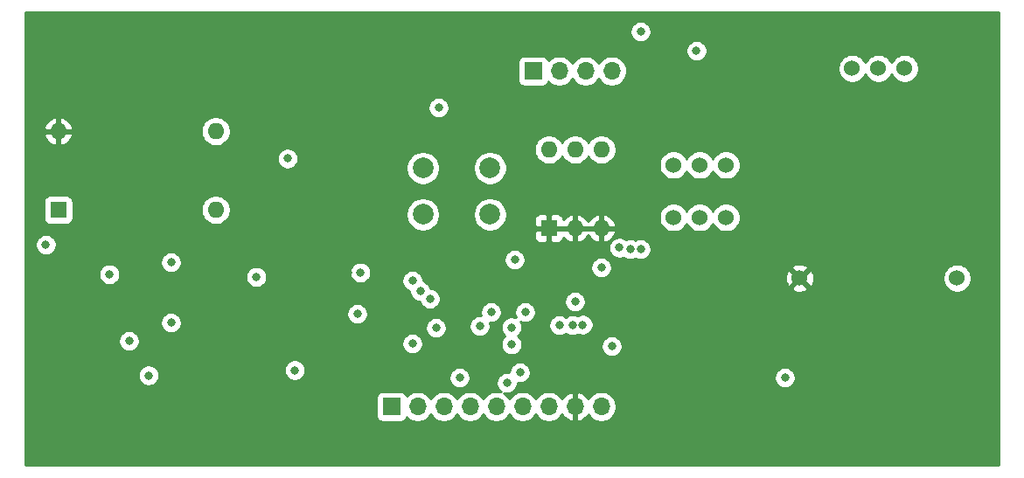
<source format=gbr>
%TF.GenerationSoftware,KiCad,Pcbnew,(5.1.10-1-10_14)*%
%TF.CreationDate,2021-11-14T12:00:46-05:00*%
%TF.ProjectId,clockv2,636c6f63-6b76-4322-9e6b-696361645f70,rev?*%
%TF.SameCoordinates,Original*%
%TF.FileFunction,Copper,L3,Inr*%
%TF.FilePolarity,Positive*%
%FSLAX46Y46*%
G04 Gerber Fmt 4.6, Leading zero omitted, Abs format (unit mm)*
G04 Created by KiCad (PCBNEW (5.1.10-1-10_14)) date 2021-11-14 12:00:46*
%MOMM*%
%LPD*%
G01*
G04 APERTURE LIST*
%TA.AperFunction,ComponentPad*%
%ADD10O,1.600000X1.600000*%
%TD*%
%TA.AperFunction,ComponentPad*%
%ADD11R,1.600000X1.600000*%
%TD*%
%TA.AperFunction,ComponentPad*%
%ADD12C,1.524000*%
%TD*%
%TA.AperFunction,ComponentPad*%
%ADD13C,2.000000*%
%TD*%
%TA.AperFunction,ComponentPad*%
%ADD14O,1.700000X1.700000*%
%TD*%
%TA.AperFunction,ComponentPad*%
%ADD15R,1.700000X1.700000*%
%TD*%
%TA.AperFunction,ViaPad*%
%ADD16C,0.800000*%
%TD*%
%TA.AperFunction,Conductor*%
%ADD17C,0.254000*%
%TD*%
%TA.AperFunction,Conductor*%
%ADD18C,0.100000*%
%TD*%
G04 APERTURE END LIST*
D10*
%TO.N,FREQ0*%
%TO.C,SW3*%
X228854000Y-43688000D03*
%TO.N,VCC*%
X233934000Y-51308000D03*
%TO.N,FREQ1*%
X231394000Y-43688000D03*
%TO.N,VCC*%
X231394000Y-51308000D03*
%TO.N,FREQ2*%
X233934000Y-43688000D03*
D11*
%TO.N,VCC*%
X228854000Y-51308000D03*
%TD*%
D12*
%TO.N,Net-(SW2-Pad2)*%
%TO.C,SW2*%
X246000000Y-50264000D03*
%TO.N,Net-(R6-Pad1)*%
X243460000Y-50264000D03*
%TO.N,GND*%
X240920000Y-50264000D03*
%TO.N,*%
X246000000Y-45184000D03*
X243460000Y-45184000D03*
X240920000Y-45184000D03*
%TD*%
D13*
%TO.N,GND*%
%TO.C,SW1*%
X223162000Y-45466000D03*
%TO.N,LATCH_FREQUENCY*%
X223162000Y-49966000D03*
%TO.N,GND*%
X216662000Y-45466000D03*
%TO.N,LATCH_FREQUENCY*%
X216662000Y-49966000D03*
%TD*%
D14*
%TO.N,GND*%
%TO.C,J2*%
X233934000Y-68580000D03*
%TO.N,VCC*%
X231394000Y-68580000D03*
%TO.N,HALT*%
X228854000Y-68580000D03*
%TO.N,~CLOCK*%
X226314000Y-68580000D03*
X223774000Y-68580000D03*
%TO.N,CLOCK*%
X221234000Y-68580000D03*
X218694000Y-68580000D03*
X216154000Y-68580000D03*
D15*
X213614000Y-68580000D03*
%TD*%
D14*
%TO.N,FREQ2*%
%TO.C,J1*%
X234950000Y-36068000D03*
%TO.N,FREQ1*%
X232410000Y-36068000D03*
%TO.N,FREQ0*%
X229870000Y-36068000D03*
D15*
%TO.N,LATCH_FREQUENCY*%
X227330000Y-36068000D03*
%TD*%
D11*
%TO.N,Net-(U1-Pad1)*%
%TO.C,U1*%
X181356000Y-49530000D03*
D10*
%TO.N,CRYSTAL*%
X196596000Y-41910000D03*
%TO.N,GND*%
X196596000Y-49530000D03*
%TO.N,VCC*%
X181356000Y-41910000D03*
%TD*%
D12*
%TO.N,GND*%
%TO.C,U7*%
X268384000Y-56132000D03*
%TO.N,VCC*%
X253144000Y-56132000D03*
%TO.N,*%
X263304000Y-35812000D03*
%TO.N,MANUAL_PULSE*%
X260764000Y-35812000D03*
%TO.N,*%
X258224000Y-35812000D03*
%TD*%
D16*
%TO.N,LATCH_FREQUENCY*%
X233934000Y-55118000D03*
%TO.N,VCC*%
X183642000Y-54610000D03*
X196850000Y-53340000D03*
X218694000Y-55372000D03*
X230632000Y-54356000D03*
X240792000Y-38608000D03*
X244244500Y-54760500D03*
X217678000Y-53086000D03*
X218186000Y-33782000D03*
X209376795Y-55589010D03*
%TO.N,GND*%
X180152000Y-52898000D03*
X192278000Y-54610000D03*
X231394000Y-58420000D03*
X251714000Y-65786000D03*
X225552000Y-54356000D03*
X203557500Y-44553500D03*
X218186000Y-39624000D03*
X237744000Y-32258000D03*
X243144000Y-34102000D03*
X225229500Y-62552500D03*
X186309000Y-55753000D03*
X200533004Y-56006996D03*
X190103814Y-65568990D03*
X204254016Y-65060990D03*
X215646000Y-62484000D03*
X234950000Y-62738000D03*
%TO.N,Net-(SW2-Pad2)*%
X226568000Y-59436000D03*
X223266000Y-59436000D03*
%TO.N,FREQ0*%
X235671611Y-53180979D03*
%TO.N,FREQ1*%
X236728000Y-53340000D03*
%TO.N,FREQ2*%
X237744000Y-53340000D03*
%TO.N,Net-(U3-Pad6)*%
X188214000Y-62230000D03*
X192278000Y-60452000D03*
%TO.N,HALT*%
X224790000Y-66294000D03*
X217932000Y-60960000D03*
%TO.N,MANUAL_PULSE*%
X225240010Y-60902010D03*
X222157636Y-60789044D03*
%TO.N,CRYSTAL*%
X220218000Y-65786006D03*
X226060000Y-65278000D03*
%TO.N,FREQ_SEL_2*%
X215646000Y-56388000D03*
X232138441Y-60649955D03*
%TO.N,FREQ_SEL_1*%
X216408000Y-57404000D03*
X231140000Y-60706000D03*
%TO.N,FREQ_SEL_0*%
X217343205Y-58129010D03*
X229870000Y-60706000D03*
%TO.N,CRYSTAL3*%
X210605990Y-55592061D03*
X210304355Y-59604152D03*
%TD*%
D17*
%TO.N,VCC*%
X272390001Y-74270000D02*
X178206000Y-74270000D01*
X178206000Y-67730000D01*
X212125928Y-67730000D01*
X212125928Y-69430000D01*
X212138188Y-69554482D01*
X212174498Y-69674180D01*
X212233463Y-69784494D01*
X212312815Y-69881185D01*
X212409506Y-69960537D01*
X212519820Y-70019502D01*
X212639518Y-70055812D01*
X212764000Y-70068072D01*
X214464000Y-70068072D01*
X214588482Y-70055812D01*
X214708180Y-70019502D01*
X214818494Y-69960537D01*
X214915185Y-69881185D01*
X214994537Y-69784494D01*
X215053502Y-69674180D01*
X215075513Y-69601620D01*
X215207368Y-69733475D01*
X215450589Y-69895990D01*
X215720842Y-70007932D01*
X216007740Y-70065000D01*
X216300260Y-70065000D01*
X216587158Y-70007932D01*
X216857411Y-69895990D01*
X217100632Y-69733475D01*
X217307475Y-69526632D01*
X217424000Y-69352240D01*
X217540525Y-69526632D01*
X217747368Y-69733475D01*
X217990589Y-69895990D01*
X218260842Y-70007932D01*
X218547740Y-70065000D01*
X218840260Y-70065000D01*
X219127158Y-70007932D01*
X219397411Y-69895990D01*
X219640632Y-69733475D01*
X219847475Y-69526632D01*
X219964000Y-69352240D01*
X220080525Y-69526632D01*
X220287368Y-69733475D01*
X220530589Y-69895990D01*
X220800842Y-70007932D01*
X221087740Y-70065000D01*
X221380260Y-70065000D01*
X221667158Y-70007932D01*
X221937411Y-69895990D01*
X222180632Y-69733475D01*
X222387475Y-69526632D01*
X222504000Y-69352240D01*
X222620525Y-69526632D01*
X222827368Y-69733475D01*
X223070589Y-69895990D01*
X223340842Y-70007932D01*
X223627740Y-70065000D01*
X223920260Y-70065000D01*
X224207158Y-70007932D01*
X224477411Y-69895990D01*
X224720632Y-69733475D01*
X224927475Y-69526632D01*
X225044000Y-69352240D01*
X225160525Y-69526632D01*
X225367368Y-69733475D01*
X225610589Y-69895990D01*
X225880842Y-70007932D01*
X226167740Y-70065000D01*
X226460260Y-70065000D01*
X226747158Y-70007932D01*
X227017411Y-69895990D01*
X227260632Y-69733475D01*
X227467475Y-69526632D01*
X227584000Y-69352240D01*
X227700525Y-69526632D01*
X227907368Y-69733475D01*
X228150589Y-69895990D01*
X228420842Y-70007932D01*
X228707740Y-70065000D01*
X229000260Y-70065000D01*
X229287158Y-70007932D01*
X229557411Y-69895990D01*
X229800632Y-69733475D01*
X230007475Y-69526632D01*
X230129195Y-69344466D01*
X230198822Y-69461355D01*
X230393731Y-69677588D01*
X230627080Y-69851641D01*
X230889901Y-69976825D01*
X231037110Y-70021476D01*
X231267000Y-69900155D01*
X231267000Y-68707000D01*
X231247000Y-68707000D01*
X231247000Y-68453000D01*
X231267000Y-68453000D01*
X231267000Y-67259845D01*
X231521000Y-67259845D01*
X231521000Y-68453000D01*
X231541000Y-68453000D01*
X231541000Y-68707000D01*
X231521000Y-68707000D01*
X231521000Y-69900155D01*
X231750890Y-70021476D01*
X231898099Y-69976825D01*
X232160920Y-69851641D01*
X232394269Y-69677588D01*
X232589178Y-69461355D01*
X232658805Y-69344466D01*
X232780525Y-69526632D01*
X232987368Y-69733475D01*
X233230589Y-69895990D01*
X233500842Y-70007932D01*
X233787740Y-70065000D01*
X234080260Y-70065000D01*
X234367158Y-70007932D01*
X234637411Y-69895990D01*
X234880632Y-69733475D01*
X235087475Y-69526632D01*
X235249990Y-69283411D01*
X235361932Y-69013158D01*
X235419000Y-68726260D01*
X235419000Y-68433740D01*
X235361932Y-68146842D01*
X235249990Y-67876589D01*
X235087475Y-67633368D01*
X234880632Y-67426525D01*
X234637411Y-67264010D01*
X234367158Y-67152068D01*
X234080260Y-67095000D01*
X233787740Y-67095000D01*
X233500842Y-67152068D01*
X233230589Y-67264010D01*
X232987368Y-67426525D01*
X232780525Y-67633368D01*
X232658805Y-67815534D01*
X232589178Y-67698645D01*
X232394269Y-67482412D01*
X232160920Y-67308359D01*
X231898099Y-67183175D01*
X231750890Y-67138524D01*
X231521000Y-67259845D01*
X231267000Y-67259845D01*
X231037110Y-67138524D01*
X230889901Y-67183175D01*
X230627080Y-67308359D01*
X230393731Y-67482412D01*
X230198822Y-67698645D01*
X230129195Y-67815534D01*
X230007475Y-67633368D01*
X229800632Y-67426525D01*
X229557411Y-67264010D01*
X229287158Y-67152068D01*
X229000260Y-67095000D01*
X228707740Y-67095000D01*
X228420842Y-67152068D01*
X228150589Y-67264010D01*
X227907368Y-67426525D01*
X227700525Y-67633368D01*
X227584000Y-67807760D01*
X227467475Y-67633368D01*
X227260632Y-67426525D01*
X227017411Y-67264010D01*
X226747158Y-67152068D01*
X226460260Y-67095000D01*
X226167740Y-67095000D01*
X225880842Y-67152068D01*
X225610589Y-67264010D01*
X225367368Y-67426525D01*
X225160525Y-67633368D01*
X225044000Y-67807760D01*
X224927475Y-67633368D01*
X224720632Y-67426525D01*
X224526614Y-67296886D01*
X224688061Y-67329000D01*
X224891939Y-67329000D01*
X225091898Y-67289226D01*
X225280256Y-67211205D01*
X225449774Y-67097937D01*
X225593937Y-66953774D01*
X225707205Y-66784256D01*
X225785226Y-66595898D01*
X225825000Y-66395939D01*
X225825000Y-66286533D01*
X225958061Y-66313000D01*
X226161939Y-66313000D01*
X226361898Y-66273226D01*
X226550256Y-66195205D01*
X226719774Y-66081937D01*
X226863937Y-65937774D01*
X226977205Y-65768256D01*
X227012079Y-65684061D01*
X250679000Y-65684061D01*
X250679000Y-65887939D01*
X250718774Y-66087898D01*
X250796795Y-66276256D01*
X250910063Y-66445774D01*
X251054226Y-66589937D01*
X251223744Y-66703205D01*
X251412102Y-66781226D01*
X251612061Y-66821000D01*
X251815939Y-66821000D01*
X252015898Y-66781226D01*
X252204256Y-66703205D01*
X252373774Y-66589937D01*
X252517937Y-66445774D01*
X252631205Y-66276256D01*
X252709226Y-66087898D01*
X252749000Y-65887939D01*
X252749000Y-65684061D01*
X252709226Y-65484102D01*
X252631205Y-65295744D01*
X252517937Y-65126226D01*
X252373774Y-64982063D01*
X252204256Y-64868795D01*
X252015898Y-64790774D01*
X251815939Y-64751000D01*
X251612061Y-64751000D01*
X251412102Y-64790774D01*
X251223744Y-64868795D01*
X251054226Y-64982063D01*
X250910063Y-65126226D01*
X250796795Y-65295744D01*
X250718774Y-65484102D01*
X250679000Y-65684061D01*
X227012079Y-65684061D01*
X227055226Y-65579898D01*
X227095000Y-65379939D01*
X227095000Y-65176061D01*
X227055226Y-64976102D01*
X226977205Y-64787744D01*
X226863937Y-64618226D01*
X226719774Y-64474063D01*
X226550256Y-64360795D01*
X226361898Y-64282774D01*
X226161939Y-64243000D01*
X225958061Y-64243000D01*
X225758102Y-64282774D01*
X225569744Y-64360795D01*
X225400226Y-64474063D01*
X225256063Y-64618226D01*
X225142795Y-64787744D01*
X225064774Y-64976102D01*
X225025000Y-65176061D01*
X225025000Y-65285467D01*
X224891939Y-65259000D01*
X224688061Y-65259000D01*
X224488102Y-65298774D01*
X224299744Y-65376795D01*
X224130226Y-65490063D01*
X223986063Y-65634226D01*
X223872795Y-65803744D01*
X223794774Y-65992102D01*
X223755000Y-66192061D01*
X223755000Y-66395939D01*
X223794774Y-66595898D01*
X223872795Y-66784256D01*
X223986063Y-66953774D01*
X224130226Y-67097937D01*
X224217895Y-67156515D01*
X224207158Y-67152068D01*
X223920260Y-67095000D01*
X223627740Y-67095000D01*
X223340842Y-67152068D01*
X223070589Y-67264010D01*
X222827368Y-67426525D01*
X222620525Y-67633368D01*
X222504000Y-67807760D01*
X222387475Y-67633368D01*
X222180632Y-67426525D01*
X221937411Y-67264010D01*
X221667158Y-67152068D01*
X221380260Y-67095000D01*
X221087740Y-67095000D01*
X220800842Y-67152068D01*
X220530589Y-67264010D01*
X220287368Y-67426525D01*
X220080525Y-67633368D01*
X219964000Y-67807760D01*
X219847475Y-67633368D01*
X219640632Y-67426525D01*
X219397411Y-67264010D01*
X219127158Y-67152068D01*
X218840260Y-67095000D01*
X218547740Y-67095000D01*
X218260842Y-67152068D01*
X217990589Y-67264010D01*
X217747368Y-67426525D01*
X217540525Y-67633368D01*
X217424000Y-67807760D01*
X217307475Y-67633368D01*
X217100632Y-67426525D01*
X216857411Y-67264010D01*
X216587158Y-67152068D01*
X216300260Y-67095000D01*
X216007740Y-67095000D01*
X215720842Y-67152068D01*
X215450589Y-67264010D01*
X215207368Y-67426525D01*
X215075513Y-67558380D01*
X215053502Y-67485820D01*
X214994537Y-67375506D01*
X214915185Y-67278815D01*
X214818494Y-67199463D01*
X214708180Y-67140498D01*
X214588482Y-67104188D01*
X214464000Y-67091928D01*
X212764000Y-67091928D01*
X212639518Y-67104188D01*
X212519820Y-67140498D01*
X212409506Y-67199463D01*
X212312815Y-67278815D01*
X212233463Y-67375506D01*
X212174498Y-67485820D01*
X212138188Y-67605518D01*
X212125928Y-67730000D01*
X178206000Y-67730000D01*
X178206000Y-65467051D01*
X189068814Y-65467051D01*
X189068814Y-65670929D01*
X189108588Y-65870888D01*
X189186609Y-66059246D01*
X189299877Y-66228764D01*
X189444040Y-66372927D01*
X189613558Y-66486195D01*
X189801916Y-66564216D01*
X190001875Y-66603990D01*
X190205753Y-66603990D01*
X190405712Y-66564216D01*
X190594070Y-66486195D01*
X190763588Y-66372927D01*
X190907751Y-66228764D01*
X191021019Y-66059246D01*
X191099040Y-65870888D01*
X191138814Y-65670929D01*
X191138814Y-65467051D01*
X191099040Y-65267092D01*
X191021019Y-65078734D01*
X190941050Y-64959051D01*
X203219016Y-64959051D01*
X203219016Y-65162929D01*
X203258790Y-65362888D01*
X203336811Y-65551246D01*
X203450079Y-65720764D01*
X203594242Y-65864927D01*
X203763760Y-65978195D01*
X203952118Y-66056216D01*
X204152077Y-66095990D01*
X204355955Y-66095990D01*
X204555914Y-66056216D01*
X204744272Y-65978195D01*
X204913790Y-65864927D01*
X205057953Y-65720764D01*
X205082473Y-65684067D01*
X219183000Y-65684067D01*
X219183000Y-65887945D01*
X219222774Y-66087904D01*
X219300795Y-66276262D01*
X219414063Y-66445780D01*
X219558226Y-66589943D01*
X219727744Y-66703211D01*
X219916102Y-66781232D01*
X220116061Y-66821006D01*
X220319939Y-66821006D01*
X220519898Y-66781232D01*
X220708256Y-66703211D01*
X220877774Y-66589943D01*
X221021937Y-66445780D01*
X221135205Y-66276262D01*
X221213226Y-66087904D01*
X221253000Y-65887945D01*
X221253000Y-65684067D01*
X221213226Y-65484108D01*
X221135205Y-65295750D01*
X221021937Y-65126232D01*
X220877774Y-64982069D01*
X220708256Y-64868801D01*
X220519898Y-64790780D01*
X220319939Y-64751006D01*
X220116061Y-64751006D01*
X219916102Y-64790780D01*
X219727744Y-64868801D01*
X219558226Y-64982069D01*
X219414063Y-65126232D01*
X219300795Y-65295750D01*
X219222774Y-65484108D01*
X219183000Y-65684067D01*
X205082473Y-65684067D01*
X205171221Y-65551246D01*
X205249242Y-65362888D01*
X205289016Y-65162929D01*
X205289016Y-64959051D01*
X205249242Y-64759092D01*
X205171221Y-64570734D01*
X205057953Y-64401216D01*
X204913790Y-64257053D01*
X204744272Y-64143785D01*
X204555914Y-64065764D01*
X204355955Y-64025990D01*
X204152077Y-64025990D01*
X203952118Y-64065764D01*
X203763760Y-64143785D01*
X203594242Y-64257053D01*
X203450079Y-64401216D01*
X203336811Y-64570734D01*
X203258790Y-64759092D01*
X203219016Y-64959051D01*
X190941050Y-64959051D01*
X190907751Y-64909216D01*
X190763588Y-64765053D01*
X190594070Y-64651785D01*
X190405712Y-64573764D01*
X190205753Y-64533990D01*
X190001875Y-64533990D01*
X189801916Y-64573764D01*
X189613558Y-64651785D01*
X189444040Y-64765053D01*
X189299877Y-64909216D01*
X189186609Y-65078734D01*
X189108588Y-65267092D01*
X189068814Y-65467051D01*
X178206000Y-65467051D01*
X178206000Y-62128061D01*
X187179000Y-62128061D01*
X187179000Y-62331939D01*
X187218774Y-62531898D01*
X187296795Y-62720256D01*
X187410063Y-62889774D01*
X187554226Y-63033937D01*
X187723744Y-63147205D01*
X187912102Y-63225226D01*
X188112061Y-63265000D01*
X188315939Y-63265000D01*
X188515898Y-63225226D01*
X188704256Y-63147205D01*
X188873774Y-63033937D01*
X189017937Y-62889774D01*
X189131205Y-62720256D01*
X189209226Y-62531898D01*
X189239030Y-62382061D01*
X214611000Y-62382061D01*
X214611000Y-62585939D01*
X214650774Y-62785898D01*
X214728795Y-62974256D01*
X214842063Y-63143774D01*
X214986226Y-63287937D01*
X215155744Y-63401205D01*
X215344102Y-63479226D01*
X215544061Y-63519000D01*
X215747939Y-63519000D01*
X215947898Y-63479226D01*
X216136256Y-63401205D01*
X216305774Y-63287937D01*
X216449937Y-63143774D01*
X216563205Y-62974256D01*
X216641226Y-62785898D01*
X216681000Y-62585939D01*
X216681000Y-62450561D01*
X224194500Y-62450561D01*
X224194500Y-62654439D01*
X224234274Y-62854398D01*
X224312295Y-63042756D01*
X224425563Y-63212274D01*
X224569726Y-63356437D01*
X224739244Y-63469705D01*
X224927602Y-63547726D01*
X225127561Y-63587500D01*
X225331439Y-63587500D01*
X225531398Y-63547726D01*
X225719756Y-63469705D01*
X225889274Y-63356437D01*
X226033437Y-63212274D01*
X226146705Y-63042756D01*
X226224726Y-62854398D01*
X226264500Y-62654439D01*
X226264500Y-62636061D01*
X233915000Y-62636061D01*
X233915000Y-62839939D01*
X233954774Y-63039898D01*
X234032795Y-63228256D01*
X234146063Y-63397774D01*
X234290226Y-63541937D01*
X234459744Y-63655205D01*
X234648102Y-63733226D01*
X234848061Y-63773000D01*
X235051939Y-63773000D01*
X235251898Y-63733226D01*
X235440256Y-63655205D01*
X235609774Y-63541937D01*
X235753937Y-63397774D01*
X235867205Y-63228256D01*
X235945226Y-63039898D01*
X235985000Y-62839939D01*
X235985000Y-62636061D01*
X235945226Y-62436102D01*
X235867205Y-62247744D01*
X235753937Y-62078226D01*
X235609774Y-61934063D01*
X235440256Y-61820795D01*
X235251898Y-61742774D01*
X235051939Y-61703000D01*
X234848061Y-61703000D01*
X234648102Y-61742774D01*
X234459744Y-61820795D01*
X234290226Y-61934063D01*
X234146063Y-62078226D01*
X234032795Y-62247744D01*
X233954774Y-62436102D01*
X233915000Y-62636061D01*
X226264500Y-62636061D01*
X226264500Y-62450561D01*
X226224726Y-62250602D01*
X226146705Y-62062244D01*
X226033437Y-61892726D01*
X225889274Y-61748563D01*
X225862639Y-61730766D01*
X225899784Y-61705947D01*
X226043947Y-61561784D01*
X226157215Y-61392266D01*
X226235236Y-61203908D01*
X226275010Y-61003949D01*
X226275010Y-60800071D01*
X226236022Y-60604061D01*
X228835000Y-60604061D01*
X228835000Y-60807939D01*
X228874774Y-61007898D01*
X228952795Y-61196256D01*
X229066063Y-61365774D01*
X229210226Y-61509937D01*
X229379744Y-61623205D01*
X229568102Y-61701226D01*
X229768061Y-61741000D01*
X229971939Y-61741000D01*
X230171898Y-61701226D01*
X230360256Y-61623205D01*
X230505000Y-61526490D01*
X230649744Y-61623205D01*
X230838102Y-61701226D01*
X231038061Y-61741000D01*
X231241939Y-61741000D01*
X231441898Y-61701226D01*
X231630256Y-61623205D01*
X231688896Y-61584023D01*
X231836543Y-61645181D01*
X232036502Y-61684955D01*
X232240380Y-61684955D01*
X232440339Y-61645181D01*
X232628697Y-61567160D01*
X232798215Y-61453892D01*
X232942378Y-61309729D01*
X233055646Y-61140211D01*
X233133667Y-60951853D01*
X233173441Y-60751894D01*
X233173441Y-60548016D01*
X233133667Y-60348057D01*
X233055646Y-60159699D01*
X232942378Y-59990181D01*
X232798215Y-59846018D01*
X232628697Y-59732750D01*
X232440339Y-59654729D01*
X232240380Y-59614955D01*
X232036502Y-59614955D01*
X231836543Y-59654729D01*
X231648185Y-59732750D01*
X231589545Y-59771932D01*
X231441898Y-59710774D01*
X231241939Y-59671000D01*
X231038061Y-59671000D01*
X230838102Y-59710774D01*
X230649744Y-59788795D01*
X230505000Y-59885510D01*
X230360256Y-59788795D01*
X230171898Y-59710774D01*
X229971939Y-59671000D01*
X229768061Y-59671000D01*
X229568102Y-59710774D01*
X229379744Y-59788795D01*
X229210226Y-59902063D01*
X229066063Y-60046226D01*
X228952795Y-60215744D01*
X228874774Y-60404102D01*
X228835000Y-60604061D01*
X226236022Y-60604061D01*
X226235236Y-60600112D01*
X226157215Y-60411754D01*
X226133535Y-60376315D01*
X226266102Y-60431226D01*
X226466061Y-60471000D01*
X226669939Y-60471000D01*
X226869898Y-60431226D01*
X227058256Y-60353205D01*
X227227774Y-60239937D01*
X227371937Y-60095774D01*
X227485205Y-59926256D01*
X227563226Y-59737898D01*
X227603000Y-59537939D01*
X227603000Y-59334061D01*
X227563226Y-59134102D01*
X227485205Y-58945744D01*
X227371937Y-58776226D01*
X227227774Y-58632063D01*
X227058256Y-58518795D01*
X226869898Y-58440774D01*
X226669939Y-58401000D01*
X226466061Y-58401000D01*
X226266102Y-58440774D01*
X226077744Y-58518795D01*
X225908226Y-58632063D01*
X225764063Y-58776226D01*
X225650795Y-58945744D01*
X225572774Y-59134102D01*
X225533000Y-59334061D01*
X225533000Y-59537939D01*
X225572774Y-59737898D01*
X225650795Y-59926256D01*
X225674475Y-59961695D01*
X225541908Y-59906784D01*
X225341949Y-59867010D01*
X225138071Y-59867010D01*
X224938112Y-59906784D01*
X224749754Y-59984805D01*
X224580236Y-60098073D01*
X224436073Y-60242236D01*
X224322805Y-60411754D01*
X224244784Y-60600112D01*
X224205010Y-60800071D01*
X224205010Y-61003949D01*
X224244784Y-61203908D01*
X224322805Y-61392266D01*
X224436073Y-61561784D01*
X224580236Y-61705947D01*
X224606871Y-61723744D01*
X224569726Y-61748563D01*
X224425563Y-61892726D01*
X224312295Y-62062244D01*
X224234274Y-62250602D01*
X224194500Y-62450561D01*
X216681000Y-62450561D01*
X216681000Y-62382061D01*
X216641226Y-62182102D01*
X216563205Y-61993744D01*
X216449937Y-61824226D01*
X216305774Y-61680063D01*
X216136256Y-61566795D01*
X215947898Y-61488774D01*
X215747939Y-61449000D01*
X215544061Y-61449000D01*
X215344102Y-61488774D01*
X215155744Y-61566795D01*
X214986226Y-61680063D01*
X214842063Y-61824226D01*
X214728795Y-61993744D01*
X214650774Y-62182102D01*
X214611000Y-62382061D01*
X189239030Y-62382061D01*
X189249000Y-62331939D01*
X189249000Y-62128061D01*
X189209226Y-61928102D01*
X189131205Y-61739744D01*
X189017937Y-61570226D01*
X188873774Y-61426063D01*
X188704256Y-61312795D01*
X188515898Y-61234774D01*
X188315939Y-61195000D01*
X188112061Y-61195000D01*
X187912102Y-61234774D01*
X187723744Y-61312795D01*
X187554226Y-61426063D01*
X187410063Y-61570226D01*
X187296795Y-61739744D01*
X187218774Y-61928102D01*
X187179000Y-62128061D01*
X178206000Y-62128061D01*
X178206000Y-60350061D01*
X191243000Y-60350061D01*
X191243000Y-60553939D01*
X191282774Y-60753898D01*
X191360795Y-60942256D01*
X191474063Y-61111774D01*
X191618226Y-61255937D01*
X191787744Y-61369205D01*
X191976102Y-61447226D01*
X192176061Y-61487000D01*
X192379939Y-61487000D01*
X192579898Y-61447226D01*
X192768256Y-61369205D01*
X192937774Y-61255937D01*
X193081937Y-61111774D01*
X193195205Y-60942256D01*
X193230079Y-60858061D01*
X216897000Y-60858061D01*
X216897000Y-61061939D01*
X216936774Y-61261898D01*
X217014795Y-61450256D01*
X217128063Y-61619774D01*
X217272226Y-61763937D01*
X217441744Y-61877205D01*
X217630102Y-61955226D01*
X217830061Y-61995000D01*
X218033939Y-61995000D01*
X218233898Y-61955226D01*
X218422256Y-61877205D01*
X218591774Y-61763937D01*
X218735937Y-61619774D01*
X218849205Y-61450256D01*
X218927226Y-61261898D01*
X218967000Y-61061939D01*
X218967000Y-60858061D01*
X218932996Y-60687105D01*
X221122636Y-60687105D01*
X221122636Y-60890983D01*
X221162410Y-61090942D01*
X221240431Y-61279300D01*
X221353699Y-61448818D01*
X221497862Y-61592981D01*
X221667380Y-61706249D01*
X221855738Y-61784270D01*
X222055697Y-61824044D01*
X222259575Y-61824044D01*
X222459534Y-61784270D01*
X222647892Y-61706249D01*
X222817410Y-61592981D01*
X222961573Y-61448818D01*
X223074841Y-61279300D01*
X223152862Y-61090942D01*
X223192636Y-60890983D01*
X223192636Y-60687105D01*
X223152862Y-60487146D01*
X223144568Y-60467123D01*
X223164061Y-60471000D01*
X223367939Y-60471000D01*
X223567898Y-60431226D01*
X223756256Y-60353205D01*
X223925774Y-60239937D01*
X224069937Y-60095774D01*
X224183205Y-59926256D01*
X224261226Y-59737898D01*
X224301000Y-59537939D01*
X224301000Y-59334061D01*
X224261226Y-59134102D01*
X224183205Y-58945744D01*
X224069937Y-58776226D01*
X223925774Y-58632063D01*
X223756256Y-58518795D01*
X223567898Y-58440774D01*
X223367939Y-58401000D01*
X223164061Y-58401000D01*
X222964102Y-58440774D01*
X222775744Y-58518795D01*
X222606226Y-58632063D01*
X222462063Y-58776226D01*
X222348795Y-58945744D01*
X222270774Y-59134102D01*
X222231000Y-59334061D01*
X222231000Y-59537939D01*
X222270774Y-59737898D01*
X222279068Y-59757921D01*
X222259575Y-59754044D01*
X222055697Y-59754044D01*
X221855738Y-59793818D01*
X221667380Y-59871839D01*
X221497862Y-59985107D01*
X221353699Y-60129270D01*
X221240431Y-60298788D01*
X221162410Y-60487146D01*
X221122636Y-60687105D01*
X218932996Y-60687105D01*
X218927226Y-60658102D01*
X218849205Y-60469744D01*
X218735937Y-60300226D01*
X218591774Y-60156063D01*
X218422256Y-60042795D01*
X218233898Y-59964774D01*
X218033939Y-59925000D01*
X217830061Y-59925000D01*
X217630102Y-59964774D01*
X217441744Y-60042795D01*
X217272226Y-60156063D01*
X217128063Y-60300226D01*
X217014795Y-60469744D01*
X216936774Y-60658102D01*
X216897000Y-60858061D01*
X193230079Y-60858061D01*
X193273226Y-60753898D01*
X193313000Y-60553939D01*
X193313000Y-60350061D01*
X193273226Y-60150102D01*
X193195205Y-59961744D01*
X193081937Y-59792226D01*
X192937774Y-59648063D01*
X192768256Y-59534795D01*
X192689597Y-59502213D01*
X209269355Y-59502213D01*
X209269355Y-59706091D01*
X209309129Y-59906050D01*
X209387150Y-60094408D01*
X209500418Y-60263926D01*
X209644581Y-60408089D01*
X209814099Y-60521357D01*
X210002457Y-60599378D01*
X210202416Y-60639152D01*
X210406294Y-60639152D01*
X210606253Y-60599378D01*
X210794611Y-60521357D01*
X210964129Y-60408089D01*
X211108292Y-60263926D01*
X211221560Y-60094408D01*
X211299581Y-59906050D01*
X211339355Y-59706091D01*
X211339355Y-59502213D01*
X211299581Y-59302254D01*
X211221560Y-59113896D01*
X211108292Y-58944378D01*
X210964129Y-58800215D01*
X210794611Y-58686947D01*
X210606253Y-58608926D01*
X210406294Y-58569152D01*
X210202416Y-58569152D01*
X210002457Y-58608926D01*
X209814099Y-58686947D01*
X209644581Y-58800215D01*
X209500418Y-58944378D01*
X209387150Y-59113896D01*
X209309129Y-59302254D01*
X209269355Y-59502213D01*
X192689597Y-59502213D01*
X192579898Y-59456774D01*
X192379939Y-59417000D01*
X192176061Y-59417000D01*
X191976102Y-59456774D01*
X191787744Y-59534795D01*
X191618226Y-59648063D01*
X191474063Y-59792226D01*
X191360795Y-59961744D01*
X191282774Y-60150102D01*
X191243000Y-60350061D01*
X178206000Y-60350061D01*
X178206000Y-55651061D01*
X185274000Y-55651061D01*
X185274000Y-55854939D01*
X185313774Y-56054898D01*
X185391795Y-56243256D01*
X185505063Y-56412774D01*
X185649226Y-56556937D01*
X185818744Y-56670205D01*
X186007102Y-56748226D01*
X186207061Y-56788000D01*
X186410939Y-56788000D01*
X186610898Y-56748226D01*
X186799256Y-56670205D01*
X186968774Y-56556937D01*
X187112937Y-56412774D01*
X187226205Y-56243256D01*
X187304226Y-56054898D01*
X187334030Y-55905057D01*
X199498004Y-55905057D01*
X199498004Y-56108935D01*
X199537778Y-56308894D01*
X199615799Y-56497252D01*
X199729067Y-56666770D01*
X199873230Y-56810933D01*
X200042748Y-56924201D01*
X200231106Y-57002222D01*
X200431065Y-57041996D01*
X200634943Y-57041996D01*
X200834902Y-57002222D01*
X201023260Y-56924201D01*
X201192778Y-56810933D01*
X201336941Y-56666770D01*
X201450209Y-56497252D01*
X201528230Y-56308894D01*
X201568004Y-56108935D01*
X201568004Y-55905057D01*
X201528230Y-55705098D01*
X201450209Y-55516740D01*
X201432424Y-55490122D01*
X209570990Y-55490122D01*
X209570990Y-55694000D01*
X209610764Y-55893959D01*
X209688785Y-56082317D01*
X209802053Y-56251835D01*
X209946216Y-56395998D01*
X210115734Y-56509266D01*
X210304092Y-56587287D01*
X210504051Y-56627061D01*
X210707929Y-56627061D01*
X210907888Y-56587287D01*
X211096246Y-56509266D01*
X211265764Y-56395998D01*
X211375701Y-56286061D01*
X214611000Y-56286061D01*
X214611000Y-56489939D01*
X214650774Y-56689898D01*
X214728795Y-56878256D01*
X214842063Y-57047774D01*
X214986226Y-57191937D01*
X215155744Y-57305205D01*
X215344102Y-57383226D01*
X215373000Y-57388974D01*
X215373000Y-57505939D01*
X215412774Y-57705898D01*
X215490795Y-57894256D01*
X215604063Y-58063774D01*
X215748226Y-58207937D01*
X215917744Y-58321205D01*
X216106102Y-58399226D01*
X216306061Y-58439000D01*
X216351331Y-58439000D01*
X216426000Y-58619266D01*
X216539268Y-58788784D01*
X216683431Y-58932947D01*
X216852949Y-59046215D01*
X217041307Y-59124236D01*
X217241266Y-59164010D01*
X217445144Y-59164010D01*
X217645103Y-59124236D01*
X217833461Y-59046215D01*
X218002979Y-58932947D01*
X218147142Y-58788784D01*
X218260410Y-58619266D01*
X218338431Y-58430908D01*
X218360877Y-58318061D01*
X230359000Y-58318061D01*
X230359000Y-58521939D01*
X230398774Y-58721898D01*
X230476795Y-58910256D01*
X230590063Y-59079774D01*
X230734226Y-59223937D01*
X230903744Y-59337205D01*
X231092102Y-59415226D01*
X231292061Y-59455000D01*
X231495939Y-59455000D01*
X231695898Y-59415226D01*
X231884256Y-59337205D01*
X232053774Y-59223937D01*
X232197937Y-59079774D01*
X232311205Y-58910256D01*
X232389226Y-58721898D01*
X232429000Y-58521939D01*
X232429000Y-58318061D01*
X232389226Y-58118102D01*
X232311205Y-57929744D01*
X232197937Y-57760226D01*
X232053774Y-57616063D01*
X231884256Y-57502795D01*
X231695898Y-57424774D01*
X231495939Y-57385000D01*
X231292061Y-57385000D01*
X231092102Y-57424774D01*
X230903744Y-57502795D01*
X230734226Y-57616063D01*
X230590063Y-57760226D01*
X230476795Y-57929744D01*
X230398774Y-58118102D01*
X230359000Y-58318061D01*
X218360877Y-58318061D01*
X218378205Y-58230949D01*
X218378205Y-58027071D01*
X218338431Y-57827112D01*
X218260410Y-57638754D01*
X218147142Y-57469236D01*
X218002979Y-57325073D01*
X217833461Y-57211805D01*
X217645103Y-57133784D01*
X217463017Y-57097565D01*
X252358040Y-57097565D01*
X252425020Y-57337656D01*
X252674048Y-57454756D01*
X252941135Y-57521023D01*
X253216017Y-57533910D01*
X253488133Y-57492922D01*
X253747023Y-57399636D01*
X253862980Y-57337656D01*
X253929960Y-57097565D01*
X253144000Y-56311605D01*
X252358040Y-57097565D01*
X217463017Y-57097565D01*
X217445144Y-57094010D01*
X217399874Y-57094010D01*
X217325205Y-56913744D01*
X217211937Y-56744226D01*
X217067774Y-56600063D01*
X216898256Y-56486795D01*
X216709898Y-56408774D01*
X216681000Y-56403026D01*
X216681000Y-56286061D01*
X216664681Y-56204017D01*
X251742090Y-56204017D01*
X251783078Y-56476133D01*
X251876364Y-56735023D01*
X251938344Y-56850980D01*
X252178435Y-56917960D01*
X252964395Y-56132000D01*
X253323605Y-56132000D01*
X254109565Y-56917960D01*
X254349656Y-56850980D01*
X254466756Y-56601952D01*
X254533023Y-56334865D01*
X254545910Y-56059983D01*
X254536033Y-55994408D01*
X266987000Y-55994408D01*
X266987000Y-56269592D01*
X267040686Y-56539490D01*
X267145995Y-56793727D01*
X267298880Y-57022535D01*
X267493465Y-57217120D01*
X267722273Y-57370005D01*
X267976510Y-57475314D01*
X268246408Y-57529000D01*
X268521592Y-57529000D01*
X268791490Y-57475314D01*
X269045727Y-57370005D01*
X269274535Y-57217120D01*
X269469120Y-57022535D01*
X269622005Y-56793727D01*
X269727314Y-56539490D01*
X269781000Y-56269592D01*
X269781000Y-55994408D01*
X269727314Y-55724510D01*
X269622005Y-55470273D01*
X269469120Y-55241465D01*
X269274535Y-55046880D01*
X269045727Y-54893995D01*
X268791490Y-54788686D01*
X268521592Y-54735000D01*
X268246408Y-54735000D01*
X267976510Y-54788686D01*
X267722273Y-54893995D01*
X267493465Y-55046880D01*
X267298880Y-55241465D01*
X267145995Y-55470273D01*
X267040686Y-55724510D01*
X266987000Y-55994408D01*
X254536033Y-55994408D01*
X254504922Y-55787867D01*
X254411636Y-55528977D01*
X254349656Y-55413020D01*
X254109565Y-55346040D01*
X253323605Y-56132000D01*
X252964395Y-56132000D01*
X252178435Y-55346040D01*
X251938344Y-55413020D01*
X251821244Y-55662048D01*
X251754977Y-55929135D01*
X251742090Y-56204017D01*
X216664681Y-56204017D01*
X216641226Y-56086102D01*
X216563205Y-55897744D01*
X216449937Y-55728226D01*
X216305774Y-55584063D01*
X216136256Y-55470795D01*
X215947898Y-55392774D01*
X215747939Y-55353000D01*
X215544061Y-55353000D01*
X215344102Y-55392774D01*
X215155744Y-55470795D01*
X214986226Y-55584063D01*
X214842063Y-55728226D01*
X214728795Y-55897744D01*
X214650774Y-56086102D01*
X214611000Y-56286061D01*
X211375701Y-56286061D01*
X211409927Y-56251835D01*
X211523195Y-56082317D01*
X211601216Y-55893959D01*
X211640990Y-55694000D01*
X211640990Y-55490122D01*
X211601216Y-55290163D01*
X211523195Y-55101805D01*
X211409927Y-54932287D01*
X211265764Y-54788124D01*
X211096246Y-54674856D01*
X210907888Y-54596835D01*
X210707929Y-54557061D01*
X210504051Y-54557061D01*
X210304092Y-54596835D01*
X210115734Y-54674856D01*
X209946216Y-54788124D01*
X209802053Y-54932287D01*
X209688785Y-55101805D01*
X209610764Y-55290163D01*
X209570990Y-55490122D01*
X201432424Y-55490122D01*
X201336941Y-55347222D01*
X201192778Y-55203059D01*
X201023260Y-55089791D01*
X200834902Y-55011770D01*
X200634943Y-54971996D01*
X200431065Y-54971996D01*
X200231106Y-55011770D01*
X200042748Y-55089791D01*
X199873230Y-55203059D01*
X199729067Y-55347222D01*
X199615799Y-55516740D01*
X199537778Y-55705098D01*
X199498004Y-55905057D01*
X187334030Y-55905057D01*
X187344000Y-55854939D01*
X187344000Y-55651061D01*
X187304226Y-55451102D01*
X187226205Y-55262744D01*
X187112937Y-55093226D01*
X186968774Y-54949063D01*
X186799256Y-54835795D01*
X186610898Y-54757774D01*
X186410939Y-54718000D01*
X186207061Y-54718000D01*
X186007102Y-54757774D01*
X185818744Y-54835795D01*
X185649226Y-54949063D01*
X185505063Y-55093226D01*
X185391795Y-55262744D01*
X185313774Y-55451102D01*
X185274000Y-55651061D01*
X178206000Y-55651061D01*
X178206000Y-54508061D01*
X191243000Y-54508061D01*
X191243000Y-54711939D01*
X191282774Y-54911898D01*
X191360795Y-55100256D01*
X191474063Y-55269774D01*
X191618226Y-55413937D01*
X191787744Y-55527205D01*
X191976102Y-55605226D01*
X192176061Y-55645000D01*
X192379939Y-55645000D01*
X192579898Y-55605226D01*
X192768256Y-55527205D01*
X192937774Y-55413937D01*
X193081937Y-55269774D01*
X193195205Y-55100256D01*
X193273226Y-54911898D01*
X193313000Y-54711939D01*
X193313000Y-54508061D01*
X193273226Y-54308102D01*
X193250842Y-54254061D01*
X224517000Y-54254061D01*
X224517000Y-54457939D01*
X224556774Y-54657898D01*
X224634795Y-54846256D01*
X224748063Y-55015774D01*
X224892226Y-55159937D01*
X225061744Y-55273205D01*
X225250102Y-55351226D01*
X225450061Y-55391000D01*
X225653939Y-55391000D01*
X225853898Y-55351226D01*
X226042256Y-55273205D01*
X226211774Y-55159937D01*
X226355650Y-55016061D01*
X232899000Y-55016061D01*
X232899000Y-55219939D01*
X232938774Y-55419898D01*
X233016795Y-55608256D01*
X233130063Y-55777774D01*
X233274226Y-55921937D01*
X233443744Y-56035205D01*
X233632102Y-56113226D01*
X233832061Y-56153000D01*
X234035939Y-56153000D01*
X234235898Y-56113226D01*
X234424256Y-56035205D01*
X234593774Y-55921937D01*
X234737937Y-55777774D01*
X234851205Y-55608256D01*
X234929226Y-55419898D01*
X234969000Y-55219939D01*
X234969000Y-55166435D01*
X252358040Y-55166435D01*
X253144000Y-55952395D01*
X253929960Y-55166435D01*
X253862980Y-54926344D01*
X253613952Y-54809244D01*
X253346865Y-54742977D01*
X253071983Y-54730090D01*
X252799867Y-54771078D01*
X252540977Y-54864364D01*
X252425020Y-54926344D01*
X252358040Y-55166435D01*
X234969000Y-55166435D01*
X234969000Y-55016061D01*
X234929226Y-54816102D01*
X234851205Y-54627744D01*
X234737937Y-54458226D01*
X234593774Y-54314063D01*
X234424256Y-54200795D01*
X234235898Y-54122774D01*
X234035939Y-54083000D01*
X233832061Y-54083000D01*
X233632102Y-54122774D01*
X233443744Y-54200795D01*
X233274226Y-54314063D01*
X233130063Y-54458226D01*
X233016795Y-54627744D01*
X232938774Y-54816102D01*
X232899000Y-55016061D01*
X226355650Y-55016061D01*
X226355937Y-55015774D01*
X226469205Y-54846256D01*
X226547226Y-54657898D01*
X226587000Y-54457939D01*
X226587000Y-54254061D01*
X226547226Y-54054102D01*
X226469205Y-53865744D01*
X226355937Y-53696226D01*
X226211774Y-53552063D01*
X226042256Y-53438795D01*
X225853898Y-53360774D01*
X225653939Y-53321000D01*
X225450061Y-53321000D01*
X225250102Y-53360774D01*
X225061744Y-53438795D01*
X224892226Y-53552063D01*
X224748063Y-53696226D01*
X224634795Y-53865744D01*
X224556774Y-54054102D01*
X224517000Y-54254061D01*
X193250842Y-54254061D01*
X193195205Y-54119744D01*
X193081937Y-53950226D01*
X192937774Y-53806063D01*
X192768256Y-53692795D01*
X192579898Y-53614774D01*
X192379939Y-53575000D01*
X192176061Y-53575000D01*
X191976102Y-53614774D01*
X191787744Y-53692795D01*
X191618226Y-53806063D01*
X191474063Y-53950226D01*
X191360795Y-54119744D01*
X191282774Y-54308102D01*
X191243000Y-54508061D01*
X178206000Y-54508061D01*
X178206000Y-52796061D01*
X179117000Y-52796061D01*
X179117000Y-52999939D01*
X179156774Y-53199898D01*
X179234795Y-53388256D01*
X179348063Y-53557774D01*
X179492226Y-53701937D01*
X179661744Y-53815205D01*
X179850102Y-53893226D01*
X180050061Y-53933000D01*
X180253939Y-53933000D01*
X180453898Y-53893226D01*
X180642256Y-53815205D01*
X180811774Y-53701937D01*
X180955937Y-53557774D01*
X181069205Y-53388256D01*
X181147226Y-53199898D01*
X181171265Y-53079040D01*
X234636611Y-53079040D01*
X234636611Y-53282918D01*
X234676385Y-53482877D01*
X234754406Y-53671235D01*
X234867674Y-53840753D01*
X235011837Y-53984916D01*
X235181355Y-54098184D01*
X235369713Y-54176205D01*
X235569672Y-54215979D01*
X235773550Y-54215979D01*
X235973509Y-54176205D01*
X236063301Y-54139012D01*
X236068226Y-54143937D01*
X236237744Y-54257205D01*
X236426102Y-54335226D01*
X236626061Y-54375000D01*
X236829939Y-54375000D01*
X237029898Y-54335226D01*
X237218256Y-54257205D01*
X237236000Y-54245349D01*
X237253744Y-54257205D01*
X237442102Y-54335226D01*
X237642061Y-54375000D01*
X237845939Y-54375000D01*
X238045898Y-54335226D01*
X238234256Y-54257205D01*
X238403774Y-54143937D01*
X238547937Y-53999774D01*
X238661205Y-53830256D01*
X238739226Y-53641898D01*
X238779000Y-53441939D01*
X238779000Y-53238061D01*
X238739226Y-53038102D01*
X238661205Y-52849744D01*
X238547937Y-52680226D01*
X238403774Y-52536063D01*
X238234256Y-52422795D01*
X238045898Y-52344774D01*
X237845939Y-52305000D01*
X237642061Y-52305000D01*
X237442102Y-52344774D01*
X237253744Y-52422795D01*
X237236000Y-52434651D01*
X237218256Y-52422795D01*
X237029898Y-52344774D01*
X236829939Y-52305000D01*
X236626061Y-52305000D01*
X236426102Y-52344774D01*
X236336310Y-52381967D01*
X236331385Y-52377042D01*
X236161867Y-52263774D01*
X235973509Y-52185753D01*
X235773550Y-52145979D01*
X235569672Y-52145979D01*
X235369713Y-52185753D01*
X235181355Y-52263774D01*
X235011837Y-52377042D01*
X234867674Y-52521205D01*
X234754406Y-52690723D01*
X234676385Y-52879081D01*
X234636611Y-53079040D01*
X181171265Y-53079040D01*
X181187000Y-52999939D01*
X181187000Y-52796061D01*
X181147226Y-52596102D01*
X181069205Y-52407744D01*
X180955937Y-52238226D01*
X180825711Y-52108000D01*
X227415928Y-52108000D01*
X227428188Y-52232482D01*
X227464498Y-52352180D01*
X227523463Y-52462494D01*
X227602815Y-52559185D01*
X227699506Y-52638537D01*
X227809820Y-52697502D01*
X227929518Y-52733812D01*
X228054000Y-52746072D01*
X228568250Y-52743000D01*
X228727000Y-52584250D01*
X228727000Y-51435000D01*
X228981000Y-51435000D01*
X228981000Y-52584250D01*
X229139750Y-52743000D01*
X229654000Y-52746072D01*
X229778482Y-52733812D01*
X229898180Y-52697502D01*
X230008494Y-52638537D01*
X230105185Y-52559185D01*
X230184537Y-52462494D01*
X230243502Y-52352180D01*
X230279812Y-52232482D01*
X230282231Y-52207920D01*
X230430586Y-52371519D01*
X230656580Y-52539037D01*
X230910913Y-52659246D01*
X231044961Y-52699904D01*
X231267000Y-52577915D01*
X231267000Y-51435000D01*
X231521000Y-51435000D01*
X231521000Y-52577915D01*
X231743039Y-52699904D01*
X231877087Y-52659246D01*
X232131420Y-52539037D01*
X232357414Y-52371519D01*
X232546385Y-52163131D01*
X232664000Y-51967018D01*
X232781615Y-52163131D01*
X232970586Y-52371519D01*
X233196580Y-52539037D01*
X233450913Y-52659246D01*
X233584961Y-52699904D01*
X233807000Y-52577915D01*
X233807000Y-51435000D01*
X234061000Y-51435000D01*
X234061000Y-52577915D01*
X234283039Y-52699904D01*
X234417087Y-52659246D01*
X234671420Y-52539037D01*
X234897414Y-52371519D01*
X235086385Y-52163131D01*
X235231070Y-51921881D01*
X235325909Y-51657040D01*
X235204624Y-51435000D01*
X234061000Y-51435000D01*
X233807000Y-51435000D01*
X231521000Y-51435000D01*
X231267000Y-51435000D01*
X228981000Y-51435000D01*
X228727000Y-51435000D01*
X227577750Y-51435000D01*
X227419000Y-51593750D01*
X227415928Y-52108000D01*
X180825711Y-52108000D01*
X180811774Y-52094063D01*
X180642256Y-51980795D01*
X180453898Y-51902774D01*
X180253939Y-51863000D01*
X180050061Y-51863000D01*
X179850102Y-51902774D01*
X179661744Y-51980795D01*
X179492226Y-52094063D01*
X179348063Y-52238226D01*
X179234795Y-52407744D01*
X179156774Y-52596102D01*
X179117000Y-52796061D01*
X178206000Y-52796061D01*
X178206000Y-48730000D01*
X179917928Y-48730000D01*
X179917928Y-50330000D01*
X179930188Y-50454482D01*
X179966498Y-50574180D01*
X180025463Y-50684494D01*
X180104815Y-50781185D01*
X180201506Y-50860537D01*
X180311820Y-50919502D01*
X180431518Y-50955812D01*
X180556000Y-50968072D01*
X182156000Y-50968072D01*
X182280482Y-50955812D01*
X182400180Y-50919502D01*
X182510494Y-50860537D01*
X182607185Y-50781185D01*
X182686537Y-50684494D01*
X182745502Y-50574180D01*
X182781812Y-50454482D01*
X182794072Y-50330000D01*
X182794072Y-49388665D01*
X195161000Y-49388665D01*
X195161000Y-49671335D01*
X195216147Y-49948574D01*
X195324320Y-50209727D01*
X195481363Y-50444759D01*
X195681241Y-50644637D01*
X195916273Y-50801680D01*
X196177426Y-50909853D01*
X196454665Y-50965000D01*
X196737335Y-50965000D01*
X197014574Y-50909853D01*
X197275727Y-50801680D01*
X197510759Y-50644637D01*
X197710637Y-50444759D01*
X197867680Y-50209727D01*
X197975853Y-49948574D01*
X198004418Y-49804967D01*
X215027000Y-49804967D01*
X215027000Y-50127033D01*
X215089832Y-50442912D01*
X215213082Y-50740463D01*
X215392013Y-51008252D01*
X215619748Y-51235987D01*
X215887537Y-51414918D01*
X216185088Y-51538168D01*
X216500967Y-51601000D01*
X216823033Y-51601000D01*
X217138912Y-51538168D01*
X217436463Y-51414918D01*
X217704252Y-51235987D01*
X217931987Y-51008252D01*
X218110918Y-50740463D01*
X218234168Y-50442912D01*
X218297000Y-50127033D01*
X218297000Y-49804967D01*
X221527000Y-49804967D01*
X221527000Y-50127033D01*
X221589832Y-50442912D01*
X221713082Y-50740463D01*
X221892013Y-51008252D01*
X222119748Y-51235987D01*
X222387537Y-51414918D01*
X222685088Y-51538168D01*
X223000967Y-51601000D01*
X223323033Y-51601000D01*
X223638912Y-51538168D01*
X223936463Y-51414918D01*
X224204252Y-51235987D01*
X224431987Y-51008252D01*
X224610918Y-50740463D01*
X224707207Y-50508000D01*
X227415928Y-50508000D01*
X227419000Y-51022250D01*
X227577750Y-51181000D01*
X228727000Y-51181000D01*
X228727000Y-50031750D01*
X228981000Y-50031750D01*
X228981000Y-51181000D01*
X231267000Y-51181000D01*
X231267000Y-50038085D01*
X231521000Y-50038085D01*
X231521000Y-51181000D01*
X233807000Y-51181000D01*
X233807000Y-50038085D01*
X234061000Y-50038085D01*
X234061000Y-51181000D01*
X235204624Y-51181000D01*
X235325909Y-50958960D01*
X235231070Y-50694119D01*
X235086385Y-50452869D01*
X234897414Y-50244481D01*
X234738125Y-50126408D01*
X239523000Y-50126408D01*
X239523000Y-50401592D01*
X239576686Y-50671490D01*
X239681995Y-50925727D01*
X239834880Y-51154535D01*
X240029465Y-51349120D01*
X240258273Y-51502005D01*
X240512510Y-51607314D01*
X240782408Y-51661000D01*
X241057592Y-51661000D01*
X241327490Y-51607314D01*
X241581727Y-51502005D01*
X241810535Y-51349120D01*
X242005120Y-51154535D01*
X242158005Y-50925727D01*
X242190000Y-50848485D01*
X242221995Y-50925727D01*
X242374880Y-51154535D01*
X242569465Y-51349120D01*
X242798273Y-51502005D01*
X243052510Y-51607314D01*
X243322408Y-51661000D01*
X243597592Y-51661000D01*
X243867490Y-51607314D01*
X244121727Y-51502005D01*
X244350535Y-51349120D01*
X244545120Y-51154535D01*
X244698005Y-50925727D01*
X244730000Y-50848485D01*
X244761995Y-50925727D01*
X244914880Y-51154535D01*
X245109465Y-51349120D01*
X245338273Y-51502005D01*
X245592510Y-51607314D01*
X245862408Y-51661000D01*
X246137592Y-51661000D01*
X246407490Y-51607314D01*
X246661727Y-51502005D01*
X246890535Y-51349120D01*
X247085120Y-51154535D01*
X247238005Y-50925727D01*
X247343314Y-50671490D01*
X247397000Y-50401592D01*
X247397000Y-50126408D01*
X247343314Y-49856510D01*
X247238005Y-49602273D01*
X247085120Y-49373465D01*
X246890535Y-49178880D01*
X246661727Y-49025995D01*
X246407490Y-48920686D01*
X246137592Y-48867000D01*
X245862408Y-48867000D01*
X245592510Y-48920686D01*
X245338273Y-49025995D01*
X245109465Y-49178880D01*
X244914880Y-49373465D01*
X244761995Y-49602273D01*
X244730000Y-49679515D01*
X244698005Y-49602273D01*
X244545120Y-49373465D01*
X244350535Y-49178880D01*
X244121727Y-49025995D01*
X243867490Y-48920686D01*
X243597592Y-48867000D01*
X243322408Y-48867000D01*
X243052510Y-48920686D01*
X242798273Y-49025995D01*
X242569465Y-49178880D01*
X242374880Y-49373465D01*
X242221995Y-49602273D01*
X242190000Y-49679515D01*
X242158005Y-49602273D01*
X242005120Y-49373465D01*
X241810535Y-49178880D01*
X241581727Y-49025995D01*
X241327490Y-48920686D01*
X241057592Y-48867000D01*
X240782408Y-48867000D01*
X240512510Y-48920686D01*
X240258273Y-49025995D01*
X240029465Y-49178880D01*
X239834880Y-49373465D01*
X239681995Y-49602273D01*
X239576686Y-49856510D01*
X239523000Y-50126408D01*
X234738125Y-50126408D01*
X234671420Y-50076963D01*
X234417087Y-49956754D01*
X234283039Y-49916096D01*
X234061000Y-50038085D01*
X233807000Y-50038085D01*
X233584961Y-49916096D01*
X233450913Y-49956754D01*
X233196580Y-50076963D01*
X232970586Y-50244481D01*
X232781615Y-50452869D01*
X232664000Y-50648982D01*
X232546385Y-50452869D01*
X232357414Y-50244481D01*
X232131420Y-50076963D01*
X231877087Y-49956754D01*
X231743039Y-49916096D01*
X231521000Y-50038085D01*
X231267000Y-50038085D01*
X231044961Y-49916096D01*
X230910913Y-49956754D01*
X230656580Y-50076963D01*
X230430586Y-50244481D01*
X230282231Y-50408080D01*
X230279812Y-50383518D01*
X230243502Y-50263820D01*
X230184537Y-50153506D01*
X230105185Y-50056815D01*
X230008494Y-49977463D01*
X229898180Y-49918498D01*
X229778482Y-49882188D01*
X229654000Y-49869928D01*
X229139750Y-49873000D01*
X228981000Y-50031750D01*
X228727000Y-50031750D01*
X228568250Y-49873000D01*
X228054000Y-49869928D01*
X227929518Y-49882188D01*
X227809820Y-49918498D01*
X227699506Y-49977463D01*
X227602815Y-50056815D01*
X227523463Y-50153506D01*
X227464498Y-50263820D01*
X227428188Y-50383518D01*
X227415928Y-50508000D01*
X224707207Y-50508000D01*
X224734168Y-50442912D01*
X224797000Y-50127033D01*
X224797000Y-49804967D01*
X224734168Y-49489088D01*
X224610918Y-49191537D01*
X224431987Y-48923748D01*
X224204252Y-48696013D01*
X223936463Y-48517082D01*
X223638912Y-48393832D01*
X223323033Y-48331000D01*
X223000967Y-48331000D01*
X222685088Y-48393832D01*
X222387537Y-48517082D01*
X222119748Y-48696013D01*
X221892013Y-48923748D01*
X221713082Y-49191537D01*
X221589832Y-49489088D01*
X221527000Y-49804967D01*
X218297000Y-49804967D01*
X218234168Y-49489088D01*
X218110918Y-49191537D01*
X217931987Y-48923748D01*
X217704252Y-48696013D01*
X217436463Y-48517082D01*
X217138912Y-48393832D01*
X216823033Y-48331000D01*
X216500967Y-48331000D01*
X216185088Y-48393832D01*
X215887537Y-48517082D01*
X215619748Y-48696013D01*
X215392013Y-48923748D01*
X215213082Y-49191537D01*
X215089832Y-49489088D01*
X215027000Y-49804967D01*
X198004418Y-49804967D01*
X198031000Y-49671335D01*
X198031000Y-49388665D01*
X197975853Y-49111426D01*
X197867680Y-48850273D01*
X197710637Y-48615241D01*
X197510759Y-48415363D01*
X197275727Y-48258320D01*
X197014574Y-48150147D01*
X196737335Y-48095000D01*
X196454665Y-48095000D01*
X196177426Y-48150147D01*
X195916273Y-48258320D01*
X195681241Y-48415363D01*
X195481363Y-48615241D01*
X195324320Y-48850273D01*
X195216147Y-49111426D01*
X195161000Y-49388665D01*
X182794072Y-49388665D01*
X182794072Y-48730000D01*
X182781812Y-48605518D01*
X182745502Y-48485820D01*
X182686537Y-48375506D01*
X182607185Y-48278815D01*
X182510494Y-48199463D01*
X182400180Y-48140498D01*
X182280482Y-48104188D01*
X182156000Y-48091928D01*
X180556000Y-48091928D01*
X180431518Y-48104188D01*
X180311820Y-48140498D01*
X180201506Y-48199463D01*
X180104815Y-48278815D01*
X180025463Y-48375506D01*
X179966498Y-48485820D01*
X179930188Y-48605518D01*
X179917928Y-48730000D01*
X178206000Y-48730000D01*
X178206000Y-44451561D01*
X202522500Y-44451561D01*
X202522500Y-44655439D01*
X202562274Y-44855398D01*
X202640295Y-45043756D01*
X202753563Y-45213274D01*
X202897726Y-45357437D01*
X203067244Y-45470705D01*
X203255602Y-45548726D01*
X203455561Y-45588500D01*
X203659439Y-45588500D01*
X203859398Y-45548726D01*
X204047756Y-45470705D01*
X204217274Y-45357437D01*
X204269744Y-45304967D01*
X215027000Y-45304967D01*
X215027000Y-45627033D01*
X215089832Y-45942912D01*
X215213082Y-46240463D01*
X215392013Y-46508252D01*
X215619748Y-46735987D01*
X215887537Y-46914918D01*
X216185088Y-47038168D01*
X216500967Y-47101000D01*
X216823033Y-47101000D01*
X217138912Y-47038168D01*
X217436463Y-46914918D01*
X217704252Y-46735987D01*
X217931987Y-46508252D01*
X218110918Y-46240463D01*
X218234168Y-45942912D01*
X218297000Y-45627033D01*
X218297000Y-45304967D01*
X221527000Y-45304967D01*
X221527000Y-45627033D01*
X221589832Y-45942912D01*
X221713082Y-46240463D01*
X221892013Y-46508252D01*
X222119748Y-46735987D01*
X222387537Y-46914918D01*
X222685088Y-47038168D01*
X223000967Y-47101000D01*
X223323033Y-47101000D01*
X223638912Y-47038168D01*
X223936463Y-46914918D01*
X224204252Y-46735987D01*
X224431987Y-46508252D01*
X224610918Y-46240463D01*
X224734168Y-45942912D01*
X224797000Y-45627033D01*
X224797000Y-45304967D01*
X224734168Y-44989088D01*
X224610918Y-44691537D01*
X224431987Y-44423748D01*
X224204252Y-44196013D01*
X223936463Y-44017082D01*
X223638912Y-43893832D01*
X223323033Y-43831000D01*
X223000967Y-43831000D01*
X222685088Y-43893832D01*
X222387537Y-44017082D01*
X222119748Y-44196013D01*
X221892013Y-44423748D01*
X221713082Y-44691537D01*
X221589832Y-44989088D01*
X221527000Y-45304967D01*
X218297000Y-45304967D01*
X218234168Y-44989088D01*
X218110918Y-44691537D01*
X217931987Y-44423748D01*
X217704252Y-44196013D01*
X217436463Y-44017082D01*
X217138912Y-43893832D01*
X216823033Y-43831000D01*
X216500967Y-43831000D01*
X216185088Y-43893832D01*
X215887537Y-44017082D01*
X215619748Y-44196013D01*
X215392013Y-44423748D01*
X215213082Y-44691537D01*
X215089832Y-44989088D01*
X215027000Y-45304967D01*
X204269744Y-45304967D01*
X204361437Y-45213274D01*
X204474705Y-45043756D01*
X204552726Y-44855398D01*
X204592500Y-44655439D01*
X204592500Y-44451561D01*
X204552726Y-44251602D01*
X204474705Y-44063244D01*
X204361437Y-43893726D01*
X204217274Y-43749563D01*
X204047756Y-43636295D01*
X203859398Y-43558274D01*
X203801036Y-43546665D01*
X227419000Y-43546665D01*
X227419000Y-43829335D01*
X227474147Y-44106574D01*
X227582320Y-44367727D01*
X227739363Y-44602759D01*
X227939241Y-44802637D01*
X228174273Y-44959680D01*
X228435426Y-45067853D01*
X228712665Y-45123000D01*
X228995335Y-45123000D01*
X229272574Y-45067853D01*
X229533727Y-44959680D01*
X229768759Y-44802637D01*
X229968637Y-44602759D01*
X230124000Y-44370241D01*
X230279363Y-44602759D01*
X230479241Y-44802637D01*
X230714273Y-44959680D01*
X230975426Y-45067853D01*
X231252665Y-45123000D01*
X231535335Y-45123000D01*
X231812574Y-45067853D01*
X232073727Y-44959680D01*
X232308759Y-44802637D01*
X232508637Y-44602759D01*
X232664000Y-44370241D01*
X232819363Y-44602759D01*
X233019241Y-44802637D01*
X233254273Y-44959680D01*
X233515426Y-45067853D01*
X233792665Y-45123000D01*
X234075335Y-45123000D01*
X234352574Y-45067853D01*
X234404346Y-45046408D01*
X239523000Y-45046408D01*
X239523000Y-45321592D01*
X239576686Y-45591490D01*
X239681995Y-45845727D01*
X239834880Y-46074535D01*
X240029465Y-46269120D01*
X240258273Y-46422005D01*
X240512510Y-46527314D01*
X240782408Y-46581000D01*
X241057592Y-46581000D01*
X241327490Y-46527314D01*
X241581727Y-46422005D01*
X241810535Y-46269120D01*
X242005120Y-46074535D01*
X242158005Y-45845727D01*
X242190000Y-45768485D01*
X242221995Y-45845727D01*
X242374880Y-46074535D01*
X242569465Y-46269120D01*
X242798273Y-46422005D01*
X243052510Y-46527314D01*
X243322408Y-46581000D01*
X243597592Y-46581000D01*
X243867490Y-46527314D01*
X244121727Y-46422005D01*
X244350535Y-46269120D01*
X244545120Y-46074535D01*
X244698005Y-45845727D01*
X244730000Y-45768485D01*
X244761995Y-45845727D01*
X244914880Y-46074535D01*
X245109465Y-46269120D01*
X245338273Y-46422005D01*
X245592510Y-46527314D01*
X245862408Y-46581000D01*
X246137592Y-46581000D01*
X246407490Y-46527314D01*
X246661727Y-46422005D01*
X246890535Y-46269120D01*
X247085120Y-46074535D01*
X247238005Y-45845727D01*
X247343314Y-45591490D01*
X247397000Y-45321592D01*
X247397000Y-45046408D01*
X247343314Y-44776510D01*
X247238005Y-44522273D01*
X247085120Y-44293465D01*
X246890535Y-44098880D01*
X246661727Y-43945995D01*
X246407490Y-43840686D01*
X246137592Y-43787000D01*
X245862408Y-43787000D01*
X245592510Y-43840686D01*
X245338273Y-43945995D01*
X245109465Y-44098880D01*
X244914880Y-44293465D01*
X244761995Y-44522273D01*
X244730000Y-44599515D01*
X244698005Y-44522273D01*
X244545120Y-44293465D01*
X244350535Y-44098880D01*
X244121727Y-43945995D01*
X243867490Y-43840686D01*
X243597592Y-43787000D01*
X243322408Y-43787000D01*
X243052510Y-43840686D01*
X242798273Y-43945995D01*
X242569465Y-44098880D01*
X242374880Y-44293465D01*
X242221995Y-44522273D01*
X242190000Y-44599515D01*
X242158005Y-44522273D01*
X242005120Y-44293465D01*
X241810535Y-44098880D01*
X241581727Y-43945995D01*
X241327490Y-43840686D01*
X241057592Y-43787000D01*
X240782408Y-43787000D01*
X240512510Y-43840686D01*
X240258273Y-43945995D01*
X240029465Y-44098880D01*
X239834880Y-44293465D01*
X239681995Y-44522273D01*
X239576686Y-44776510D01*
X239523000Y-45046408D01*
X234404346Y-45046408D01*
X234613727Y-44959680D01*
X234848759Y-44802637D01*
X235048637Y-44602759D01*
X235205680Y-44367727D01*
X235313853Y-44106574D01*
X235369000Y-43829335D01*
X235369000Y-43546665D01*
X235313853Y-43269426D01*
X235205680Y-43008273D01*
X235048637Y-42773241D01*
X234848759Y-42573363D01*
X234613727Y-42416320D01*
X234352574Y-42308147D01*
X234075335Y-42253000D01*
X233792665Y-42253000D01*
X233515426Y-42308147D01*
X233254273Y-42416320D01*
X233019241Y-42573363D01*
X232819363Y-42773241D01*
X232664000Y-43005759D01*
X232508637Y-42773241D01*
X232308759Y-42573363D01*
X232073727Y-42416320D01*
X231812574Y-42308147D01*
X231535335Y-42253000D01*
X231252665Y-42253000D01*
X230975426Y-42308147D01*
X230714273Y-42416320D01*
X230479241Y-42573363D01*
X230279363Y-42773241D01*
X230124000Y-43005759D01*
X229968637Y-42773241D01*
X229768759Y-42573363D01*
X229533727Y-42416320D01*
X229272574Y-42308147D01*
X228995335Y-42253000D01*
X228712665Y-42253000D01*
X228435426Y-42308147D01*
X228174273Y-42416320D01*
X227939241Y-42573363D01*
X227739363Y-42773241D01*
X227582320Y-43008273D01*
X227474147Y-43269426D01*
X227419000Y-43546665D01*
X203801036Y-43546665D01*
X203659439Y-43518500D01*
X203455561Y-43518500D01*
X203255602Y-43558274D01*
X203067244Y-43636295D01*
X202897726Y-43749563D01*
X202753563Y-43893726D01*
X202640295Y-44063244D01*
X202562274Y-44251602D01*
X202522500Y-44451561D01*
X178206000Y-44451561D01*
X178206000Y-42259040D01*
X179964091Y-42259040D01*
X180058930Y-42523881D01*
X180203615Y-42765131D01*
X180392586Y-42973519D01*
X180618580Y-43141037D01*
X180872913Y-43261246D01*
X181006961Y-43301904D01*
X181229000Y-43179915D01*
X181229000Y-42037000D01*
X181483000Y-42037000D01*
X181483000Y-43179915D01*
X181705039Y-43301904D01*
X181839087Y-43261246D01*
X182093420Y-43141037D01*
X182319414Y-42973519D01*
X182508385Y-42765131D01*
X182653070Y-42523881D01*
X182747909Y-42259040D01*
X182626624Y-42037000D01*
X181483000Y-42037000D01*
X181229000Y-42037000D01*
X180085376Y-42037000D01*
X179964091Y-42259040D01*
X178206000Y-42259040D01*
X178206000Y-41560960D01*
X179964091Y-41560960D01*
X180085376Y-41783000D01*
X181229000Y-41783000D01*
X181229000Y-40640085D01*
X181483000Y-40640085D01*
X181483000Y-41783000D01*
X182626624Y-41783000D01*
X182634454Y-41768665D01*
X195161000Y-41768665D01*
X195161000Y-42051335D01*
X195216147Y-42328574D01*
X195324320Y-42589727D01*
X195481363Y-42824759D01*
X195681241Y-43024637D01*
X195916273Y-43181680D01*
X196177426Y-43289853D01*
X196454665Y-43345000D01*
X196737335Y-43345000D01*
X197014574Y-43289853D01*
X197275727Y-43181680D01*
X197510759Y-43024637D01*
X197710637Y-42824759D01*
X197867680Y-42589727D01*
X197975853Y-42328574D01*
X198031000Y-42051335D01*
X198031000Y-41768665D01*
X197975853Y-41491426D01*
X197867680Y-41230273D01*
X197710637Y-40995241D01*
X197510759Y-40795363D01*
X197275727Y-40638320D01*
X197014574Y-40530147D01*
X196737335Y-40475000D01*
X196454665Y-40475000D01*
X196177426Y-40530147D01*
X195916273Y-40638320D01*
X195681241Y-40795363D01*
X195481363Y-40995241D01*
X195324320Y-41230273D01*
X195216147Y-41491426D01*
X195161000Y-41768665D01*
X182634454Y-41768665D01*
X182747909Y-41560960D01*
X182653070Y-41296119D01*
X182508385Y-41054869D01*
X182319414Y-40846481D01*
X182093420Y-40678963D01*
X181839087Y-40558754D01*
X181705039Y-40518096D01*
X181483000Y-40640085D01*
X181229000Y-40640085D01*
X181006961Y-40518096D01*
X180872913Y-40558754D01*
X180618580Y-40678963D01*
X180392586Y-40846481D01*
X180203615Y-41054869D01*
X180058930Y-41296119D01*
X179964091Y-41560960D01*
X178206000Y-41560960D01*
X178206000Y-39522061D01*
X217151000Y-39522061D01*
X217151000Y-39725939D01*
X217190774Y-39925898D01*
X217268795Y-40114256D01*
X217382063Y-40283774D01*
X217526226Y-40427937D01*
X217695744Y-40541205D01*
X217884102Y-40619226D01*
X218084061Y-40659000D01*
X218287939Y-40659000D01*
X218487898Y-40619226D01*
X218676256Y-40541205D01*
X218845774Y-40427937D01*
X218989937Y-40283774D01*
X219103205Y-40114256D01*
X219181226Y-39925898D01*
X219221000Y-39725939D01*
X219221000Y-39522061D01*
X219181226Y-39322102D01*
X219103205Y-39133744D01*
X218989937Y-38964226D01*
X218845774Y-38820063D01*
X218676256Y-38706795D01*
X218487898Y-38628774D01*
X218287939Y-38589000D01*
X218084061Y-38589000D01*
X217884102Y-38628774D01*
X217695744Y-38706795D01*
X217526226Y-38820063D01*
X217382063Y-38964226D01*
X217268795Y-39133744D01*
X217190774Y-39322102D01*
X217151000Y-39522061D01*
X178206000Y-39522061D01*
X178206000Y-35218000D01*
X225841928Y-35218000D01*
X225841928Y-36918000D01*
X225854188Y-37042482D01*
X225890498Y-37162180D01*
X225949463Y-37272494D01*
X226028815Y-37369185D01*
X226125506Y-37448537D01*
X226235820Y-37507502D01*
X226355518Y-37543812D01*
X226480000Y-37556072D01*
X228180000Y-37556072D01*
X228304482Y-37543812D01*
X228424180Y-37507502D01*
X228534494Y-37448537D01*
X228631185Y-37369185D01*
X228710537Y-37272494D01*
X228769502Y-37162180D01*
X228791513Y-37089620D01*
X228923368Y-37221475D01*
X229166589Y-37383990D01*
X229436842Y-37495932D01*
X229723740Y-37553000D01*
X230016260Y-37553000D01*
X230303158Y-37495932D01*
X230573411Y-37383990D01*
X230816632Y-37221475D01*
X231023475Y-37014632D01*
X231140000Y-36840240D01*
X231256525Y-37014632D01*
X231463368Y-37221475D01*
X231706589Y-37383990D01*
X231976842Y-37495932D01*
X232263740Y-37553000D01*
X232556260Y-37553000D01*
X232843158Y-37495932D01*
X233113411Y-37383990D01*
X233356632Y-37221475D01*
X233563475Y-37014632D01*
X233680000Y-36840240D01*
X233796525Y-37014632D01*
X234003368Y-37221475D01*
X234246589Y-37383990D01*
X234516842Y-37495932D01*
X234803740Y-37553000D01*
X235096260Y-37553000D01*
X235383158Y-37495932D01*
X235653411Y-37383990D01*
X235896632Y-37221475D01*
X236103475Y-37014632D01*
X236265990Y-36771411D01*
X236377932Y-36501158D01*
X236435000Y-36214260D01*
X236435000Y-35921740D01*
X236385803Y-35674408D01*
X256827000Y-35674408D01*
X256827000Y-35949592D01*
X256880686Y-36219490D01*
X256985995Y-36473727D01*
X257138880Y-36702535D01*
X257333465Y-36897120D01*
X257562273Y-37050005D01*
X257816510Y-37155314D01*
X258086408Y-37209000D01*
X258361592Y-37209000D01*
X258631490Y-37155314D01*
X258885727Y-37050005D01*
X259114535Y-36897120D01*
X259309120Y-36702535D01*
X259462005Y-36473727D01*
X259494000Y-36396485D01*
X259525995Y-36473727D01*
X259678880Y-36702535D01*
X259873465Y-36897120D01*
X260102273Y-37050005D01*
X260356510Y-37155314D01*
X260626408Y-37209000D01*
X260901592Y-37209000D01*
X261171490Y-37155314D01*
X261425727Y-37050005D01*
X261654535Y-36897120D01*
X261849120Y-36702535D01*
X262002005Y-36473727D01*
X262034000Y-36396485D01*
X262065995Y-36473727D01*
X262218880Y-36702535D01*
X262413465Y-36897120D01*
X262642273Y-37050005D01*
X262896510Y-37155314D01*
X263166408Y-37209000D01*
X263441592Y-37209000D01*
X263711490Y-37155314D01*
X263965727Y-37050005D01*
X264194535Y-36897120D01*
X264389120Y-36702535D01*
X264542005Y-36473727D01*
X264647314Y-36219490D01*
X264701000Y-35949592D01*
X264701000Y-35674408D01*
X264647314Y-35404510D01*
X264542005Y-35150273D01*
X264389120Y-34921465D01*
X264194535Y-34726880D01*
X263965727Y-34573995D01*
X263711490Y-34468686D01*
X263441592Y-34415000D01*
X263166408Y-34415000D01*
X262896510Y-34468686D01*
X262642273Y-34573995D01*
X262413465Y-34726880D01*
X262218880Y-34921465D01*
X262065995Y-35150273D01*
X262034000Y-35227515D01*
X262002005Y-35150273D01*
X261849120Y-34921465D01*
X261654535Y-34726880D01*
X261425727Y-34573995D01*
X261171490Y-34468686D01*
X260901592Y-34415000D01*
X260626408Y-34415000D01*
X260356510Y-34468686D01*
X260102273Y-34573995D01*
X259873465Y-34726880D01*
X259678880Y-34921465D01*
X259525995Y-35150273D01*
X259494000Y-35227515D01*
X259462005Y-35150273D01*
X259309120Y-34921465D01*
X259114535Y-34726880D01*
X258885727Y-34573995D01*
X258631490Y-34468686D01*
X258361592Y-34415000D01*
X258086408Y-34415000D01*
X257816510Y-34468686D01*
X257562273Y-34573995D01*
X257333465Y-34726880D01*
X257138880Y-34921465D01*
X256985995Y-35150273D01*
X256880686Y-35404510D01*
X256827000Y-35674408D01*
X236385803Y-35674408D01*
X236377932Y-35634842D01*
X236265990Y-35364589D01*
X236103475Y-35121368D01*
X235896632Y-34914525D01*
X235653411Y-34752010D01*
X235383158Y-34640068D01*
X235096260Y-34583000D01*
X234803740Y-34583000D01*
X234516842Y-34640068D01*
X234246589Y-34752010D01*
X234003368Y-34914525D01*
X233796525Y-35121368D01*
X233680000Y-35295760D01*
X233563475Y-35121368D01*
X233356632Y-34914525D01*
X233113411Y-34752010D01*
X232843158Y-34640068D01*
X232556260Y-34583000D01*
X232263740Y-34583000D01*
X231976842Y-34640068D01*
X231706589Y-34752010D01*
X231463368Y-34914525D01*
X231256525Y-35121368D01*
X231140000Y-35295760D01*
X231023475Y-35121368D01*
X230816632Y-34914525D01*
X230573411Y-34752010D01*
X230303158Y-34640068D01*
X230016260Y-34583000D01*
X229723740Y-34583000D01*
X229436842Y-34640068D01*
X229166589Y-34752010D01*
X228923368Y-34914525D01*
X228791513Y-35046380D01*
X228769502Y-34973820D01*
X228710537Y-34863506D01*
X228631185Y-34766815D01*
X228534494Y-34687463D01*
X228424180Y-34628498D01*
X228304482Y-34592188D01*
X228180000Y-34579928D01*
X226480000Y-34579928D01*
X226355518Y-34592188D01*
X226235820Y-34628498D01*
X226125506Y-34687463D01*
X226028815Y-34766815D01*
X225949463Y-34863506D01*
X225890498Y-34973820D01*
X225854188Y-35093518D01*
X225841928Y-35218000D01*
X178206000Y-35218000D01*
X178206000Y-34000061D01*
X242109000Y-34000061D01*
X242109000Y-34203939D01*
X242148774Y-34403898D01*
X242226795Y-34592256D01*
X242340063Y-34761774D01*
X242484226Y-34905937D01*
X242653744Y-35019205D01*
X242842102Y-35097226D01*
X243042061Y-35137000D01*
X243245939Y-35137000D01*
X243445898Y-35097226D01*
X243634256Y-35019205D01*
X243803774Y-34905937D01*
X243947937Y-34761774D01*
X244061205Y-34592256D01*
X244139226Y-34403898D01*
X244179000Y-34203939D01*
X244179000Y-34000061D01*
X244139226Y-33800102D01*
X244061205Y-33611744D01*
X243947937Y-33442226D01*
X243803774Y-33298063D01*
X243634256Y-33184795D01*
X243445898Y-33106774D01*
X243245939Y-33067000D01*
X243042061Y-33067000D01*
X242842102Y-33106774D01*
X242653744Y-33184795D01*
X242484226Y-33298063D01*
X242340063Y-33442226D01*
X242226795Y-33611744D01*
X242148774Y-33800102D01*
X242109000Y-34000061D01*
X178206000Y-34000061D01*
X178206000Y-32156061D01*
X236709000Y-32156061D01*
X236709000Y-32359939D01*
X236748774Y-32559898D01*
X236826795Y-32748256D01*
X236940063Y-32917774D01*
X237084226Y-33061937D01*
X237253744Y-33175205D01*
X237442102Y-33253226D01*
X237642061Y-33293000D01*
X237845939Y-33293000D01*
X238045898Y-33253226D01*
X238234256Y-33175205D01*
X238403774Y-33061937D01*
X238547937Y-32917774D01*
X238661205Y-32748256D01*
X238739226Y-32559898D01*
X238779000Y-32359939D01*
X238779000Y-32156061D01*
X238739226Y-31956102D01*
X238661205Y-31767744D01*
X238547937Y-31598226D01*
X238403774Y-31454063D01*
X238234256Y-31340795D01*
X238045898Y-31262774D01*
X237845939Y-31223000D01*
X237642061Y-31223000D01*
X237442102Y-31262774D01*
X237253744Y-31340795D01*
X237084226Y-31454063D01*
X236940063Y-31598226D01*
X236826795Y-31767744D01*
X236748774Y-31956102D01*
X236709000Y-32156061D01*
X178206000Y-32156061D01*
X178206000Y-30378000D01*
X272390000Y-30378000D01*
X272390001Y-74270000D01*
%TA.AperFunction,Conductor*%
D18*
G36*
X272390001Y-74270000D02*
G01*
X178206000Y-74270000D01*
X178206000Y-67730000D01*
X212125928Y-67730000D01*
X212125928Y-69430000D01*
X212138188Y-69554482D01*
X212174498Y-69674180D01*
X212233463Y-69784494D01*
X212312815Y-69881185D01*
X212409506Y-69960537D01*
X212519820Y-70019502D01*
X212639518Y-70055812D01*
X212764000Y-70068072D01*
X214464000Y-70068072D01*
X214588482Y-70055812D01*
X214708180Y-70019502D01*
X214818494Y-69960537D01*
X214915185Y-69881185D01*
X214994537Y-69784494D01*
X215053502Y-69674180D01*
X215075513Y-69601620D01*
X215207368Y-69733475D01*
X215450589Y-69895990D01*
X215720842Y-70007932D01*
X216007740Y-70065000D01*
X216300260Y-70065000D01*
X216587158Y-70007932D01*
X216857411Y-69895990D01*
X217100632Y-69733475D01*
X217307475Y-69526632D01*
X217424000Y-69352240D01*
X217540525Y-69526632D01*
X217747368Y-69733475D01*
X217990589Y-69895990D01*
X218260842Y-70007932D01*
X218547740Y-70065000D01*
X218840260Y-70065000D01*
X219127158Y-70007932D01*
X219397411Y-69895990D01*
X219640632Y-69733475D01*
X219847475Y-69526632D01*
X219964000Y-69352240D01*
X220080525Y-69526632D01*
X220287368Y-69733475D01*
X220530589Y-69895990D01*
X220800842Y-70007932D01*
X221087740Y-70065000D01*
X221380260Y-70065000D01*
X221667158Y-70007932D01*
X221937411Y-69895990D01*
X222180632Y-69733475D01*
X222387475Y-69526632D01*
X222504000Y-69352240D01*
X222620525Y-69526632D01*
X222827368Y-69733475D01*
X223070589Y-69895990D01*
X223340842Y-70007932D01*
X223627740Y-70065000D01*
X223920260Y-70065000D01*
X224207158Y-70007932D01*
X224477411Y-69895990D01*
X224720632Y-69733475D01*
X224927475Y-69526632D01*
X225044000Y-69352240D01*
X225160525Y-69526632D01*
X225367368Y-69733475D01*
X225610589Y-69895990D01*
X225880842Y-70007932D01*
X226167740Y-70065000D01*
X226460260Y-70065000D01*
X226747158Y-70007932D01*
X227017411Y-69895990D01*
X227260632Y-69733475D01*
X227467475Y-69526632D01*
X227584000Y-69352240D01*
X227700525Y-69526632D01*
X227907368Y-69733475D01*
X228150589Y-69895990D01*
X228420842Y-70007932D01*
X228707740Y-70065000D01*
X229000260Y-70065000D01*
X229287158Y-70007932D01*
X229557411Y-69895990D01*
X229800632Y-69733475D01*
X230007475Y-69526632D01*
X230129195Y-69344466D01*
X230198822Y-69461355D01*
X230393731Y-69677588D01*
X230627080Y-69851641D01*
X230889901Y-69976825D01*
X231037110Y-70021476D01*
X231267000Y-69900155D01*
X231267000Y-68707000D01*
X231247000Y-68707000D01*
X231247000Y-68453000D01*
X231267000Y-68453000D01*
X231267000Y-67259845D01*
X231521000Y-67259845D01*
X231521000Y-68453000D01*
X231541000Y-68453000D01*
X231541000Y-68707000D01*
X231521000Y-68707000D01*
X231521000Y-69900155D01*
X231750890Y-70021476D01*
X231898099Y-69976825D01*
X232160920Y-69851641D01*
X232394269Y-69677588D01*
X232589178Y-69461355D01*
X232658805Y-69344466D01*
X232780525Y-69526632D01*
X232987368Y-69733475D01*
X233230589Y-69895990D01*
X233500842Y-70007932D01*
X233787740Y-70065000D01*
X234080260Y-70065000D01*
X234367158Y-70007932D01*
X234637411Y-69895990D01*
X234880632Y-69733475D01*
X235087475Y-69526632D01*
X235249990Y-69283411D01*
X235361932Y-69013158D01*
X235419000Y-68726260D01*
X235419000Y-68433740D01*
X235361932Y-68146842D01*
X235249990Y-67876589D01*
X235087475Y-67633368D01*
X234880632Y-67426525D01*
X234637411Y-67264010D01*
X234367158Y-67152068D01*
X234080260Y-67095000D01*
X233787740Y-67095000D01*
X233500842Y-67152068D01*
X233230589Y-67264010D01*
X232987368Y-67426525D01*
X232780525Y-67633368D01*
X232658805Y-67815534D01*
X232589178Y-67698645D01*
X232394269Y-67482412D01*
X232160920Y-67308359D01*
X231898099Y-67183175D01*
X231750890Y-67138524D01*
X231521000Y-67259845D01*
X231267000Y-67259845D01*
X231037110Y-67138524D01*
X230889901Y-67183175D01*
X230627080Y-67308359D01*
X230393731Y-67482412D01*
X230198822Y-67698645D01*
X230129195Y-67815534D01*
X230007475Y-67633368D01*
X229800632Y-67426525D01*
X229557411Y-67264010D01*
X229287158Y-67152068D01*
X229000260Y-67095000D01*
X228707740Y-67095000D01*
X228420842Y-67152068D01*
X228150589Y-67264010D01*
X227907368Y-67426525D01*
X227700525Y-67633368D01*
X227584000Y-67807760D01*
X227467475Y-67633368D01*
X227260632Y-67426525D01*
X227017411Y-67264010D01*
X226747158Y-67152068D01*
X226460260Y-67095000D01*
X226167740Y-67095000D01*
X225880842Y-67152068D01*
X225610589Y-67264010D01*
X225367368Y-67426525D01*
X225160525Y-67633368D01*
X225044000Y-67807760D01*
X224927475Y-67633368D01*
X224720632Y-67426525D01*
X224526614Y-67296886D01*
X224688061Y-67329000D01*
X224891939Y-67329000D01*
X225091898Y-67289226D01*
X225280256Y-67211205D01*
X225449774Y-67097937D01*
X225593937Y-66953774D01*
X225707205Y-66784256D01*
X225785226Y-66595898D01*
X225825000Y-66395939D01*
X225825000Y-66286533D01*
X225958061Y-66313000D01*
X226161939Y-66313000D01*
X226361898Y-66273226D01*
X226550256Y-66195205D01*
X226719774Y-66081937D01*
X226863937Y-65937774D01*
X226977205Y-65768256D01*
X227012079Y-65684061D01*
X250679000Y-65684061D01*
X250679000Y-65887939D01*
X250718774Y-66087898D01*
X250796795Y-66276256D01*
X250910063Y-66445774D01*
X251054226Y-66589937D01*
X251223744Y-66703205D01*
X251412102Y-66781226D01*
X251612061Y-66821000D01*
X251815939Y-66821000D01*
X252015898Y-66781226D01*
X252204256Y-66703205D01*
X252373774Y-66589937D01*
X252517937Y-66445774D01*
X252631205Y-66276256D01*
X252709226Y-66087898D01*
X252749000Y-65887939D01*
X252749000Y-65684061D01*
X252709226Y-65484102D01*
X252631205Y-65295744D01*
X252517937Y-65126226D01*
X252373774Y-64982063D01*
X252204256Y-64868795D01*
X252015898Y-64790774D01*
X251815939Y-64751000D01*
X251612061Y-64751000D01*
X251412102Y-64790774D01*
X251223744Y-64868795D01*
X251054226Y-64982063D01*
X250910063Y-65126226D01*
X250796795Y-65295744D01*
X250718774Y-65484102D01*
X250679000Y-65684061D01*
X227012079Y-65684061D01*
X227055226Y-65579898D01*
X227095000Y-65379939D01*
X227095000Y-65176061D01*
X227055226Y-64976102D01*
X226977205Y-64787744D01*
X226863937Y-64618226D01*
X226719774Y-64474063D01*
X226550256Y-64360795D01*
X226361898Y-64282774D01*
X226161939Y-64243000D01*
X225958061Y-64243000D01*
X225758102Y-64282774D01*
X225569744Y-64360795D01*
X225400226Y-64474063D01*
X225256063Y-64618226D01*
X225142795Y-64787744D01*
X225064774Y-64976102D01*
X225025000Y-65176061D01*
X225025000Y-65285467D01*
X224891939Y-65259000D01*
X224688061Y-65259000D01*
X224488102Y-65298774D01*
X224299744Y-65376795D01*
X224130226Y-65490063D01*
X223986063Y-65634226D01*
X223872795Y-65803744D01*
X223794774Y-65992102D01*
X223755000Y-66192061D01*
X223755000Y-66395939D01*
X223794774Y-66595898D01*
X223872795Y-66784256D01*
X223986063Y-66953774D01*
X224130226Y-67097937D01*
X224217895Y-67156515D01*
X224207158Y-67152068D01*
X223920260Y-67095000D01*
X223627740Y-67095000D01*
X223340842Y-67152068D01*
X223070589Y-67264010D01*
X222827368Y-67426525D01*
X222620525Y-67633368D01*
X222504000Y-67807760D01*
X222387475Y-67633368D01*
X222180632Y-67426525D01*
X221937411Y-67264010D01*
X221667158Y-67152068D01*
X221380260Y-67095000D01*
X221087740Y-67095000D01*
X220800842Y-67152068D01*
X220530589Y-67264010D01*
X220287368Y-67426525D01*
X220080525Y-67633368D01*
X219964000Y-67807760D01*
X219847475Y-67633368D01*
X219640632Y-67426525D01*
X219397411Y-67264010D01*
X219127158Y-67152068D01*
X218840260Y-67095000D01*
X218547740Y-67095000D01*
X218260842Y-67152068D01*
X217990589Y-67264010D01*
X217747368Y-67426525D01*
X217540525Y-67633368D01*
X217424000Y-67807760D01*
X217307475Y-67633368D01*
X217100632Y-67426525D01*
X216857411Y-67264010D01*
X216587158Y-67152068D01*
X216300260Y-67095000D01*
X216007740Y-67095000D01*
X215720842Y-67152068D01*
X215450589Y-67264010D01*
X215207368Y-67426525D01*
X215075513Y-67558380D01*
X215053502Y-67485820D01*
X214994537Y-67375506D01*
X214915185Y-67278815D01*
X214818494Y-67199463D01*
X214708180Y-67140498D01*
X214588482Y-67104188D01*
X214464000Y-67091928D01*
X212764000Y-67091928D01*
X212639518Y-67104188D01*
X212519820Y-67140498D01*
X212409506Y-67199463D01*
X212312815Y-67278815D01*
X212233463Y-67375506D01*
X212174498Y-67485820D01*
X212138188Y-67605518D01*
X212125928Y-67730000D01*
X178206000Y-67730000D01*
X178206000Y-65467051D01*
X189068814Y-65467051D01*
X189068814Y-65670929D01*
X189108588Y-65870888D01*
X189186609Y-66059246D01*
X189299877Y-66228764D01*
X189444040Y-66372927D01*
X189613558Y-66486195D01*
X189801916Y-66564216D01*
X190001875Y-66603990D01*
X190205753Y-66603990D01*
X190405712Y-66564216D01*
X190594070Y-66486195D01*
X190763588Y-66372927D01*
X190907751Y-66228764D01*
X191021019Y-66059246D01*
X191099040Y-65870888D01*
X191138814Y-65670929D01*
X191138814Y-65467051D01*
X191099040Y-65267092D01*
X191021019Y-65078734D01*
X190941050Y-64959051D01*
X203219016Y-64959051D01*
X203219016Y-65162929D01*
X203258790Y-65362888D01*
X203336811Y-65551246D01*
X203450079Y-65720764D01*
X203594242Y-65864927D01*
X203763760Y-65978195D01*
X203952118Y-66056216D01*
X204152077Y-66095990D01*
X204355955Y-66095990D01*
X204555914Y-66056216D01*
X204744272Y-65978195D01*
X204913790Y-65864927D01*
X205057953Y-65720764D01*
X205082473Y-65684067D01*
X219183000Y-65684067D01*
X219183000Y-65887945D01*
X219222774Y-66087904D01*
X219300795Y-66276262D01*
X219414063Y-66445780D01*
X219558226Y-66589943D01*
X219727744Y-66703211D01*
X219916102Y-66781232D01*
X220116061Y-66821006D01*
X220319939Y-66821006D01*
X220519898Y-66781232D01*
X220708256Y-66703211D01*
X220877774Y-66589943D01*
X221021937Y-66445780D01*
X221135205Y-66276262D01*
X221213226Y-66087904D01*
X221253000Y-65887945D01*
X221253000Y-65684067D01*
X221213226Y-65484108D01*
X221135205Y-65295750D01*
X221021937Y-65126232D01*
X220877774Y-64982069D01*
X220708256Y-64868801D01*
X220519898Y-64790780D01*
X220319939Y-64751006D01*
X220116061Y-64751006D01*
X219916102Y-64790780D01*
X219727744Y-64868801D01*
X219558226Y-64982069D01*
X219414063Y-65126232D01*
X219300795Y-65295750D01*
X219222774Y-65484108D01*
X219183000Y-65684067D01*
X205082473Y-65684067D01*
X205171221Y-65551246D01*
X205249242Y-65362888D01*
X205289016Y-65162929D01*
X205289016Y-64959051D01*
X205249242Y-64759092D01*
X205171221Y-64570734D01*
X205057953Y-64401216D01*
X204913790Y-64257053D01*
X204744272Y-64143785D01*
X204555914Y-64065764D01*
X204355955Y-64025990D01*
X204152077Y-64025990D01*
X203952118Y-64065764D01*
X203763760Y-64143785D01*
X203594242Y-64257053D01*
X203450079Y-64401216D01*
X203336811Y-64570734D01*
X203258790Y-64759092D01*
X203219016Y-64959051D01*
X190941050Y-64959051D01*
X190907751Y-64909216D01*
X190763588Y-64765053D01*
X190594070Y-64651785D01*
X190405712Y-64573764D01*
X190205753Y-64533990D01*
X190001875Y-64533990D01*
X189801916Y-64573764D01*
X189613558Y-64651785D01*
X189444040Y-64765053D01*
X189299877Y-64909216D01*
X189186609Y-65078734D01*
X189108588Y-65267092D01*
X189068814Y-65467051D01*
X178206000Y-65467051D01*
X178206000Y-62128061D01*
X187179000Y-62128061D01*
X187179000Y-62331939D01*
X187218774Y-62531898D01*
X187296795Y-62720256D01*
X187410063Y-62889774D01*
X187554226Y-63033937D01*
X187723744Y-63147205D01*
X187912102Y-63225226D01*
X188112061Y-63265000D01*
X188315939Y-63265000D01*
X188515898Y-63225226D01*
X188704256Y-63147205D01*
X188873774Y-63033937D01*
X189017937Y-62889774D01*
X189131205Y-62720256D01*
X189209226Y-62531898D01*
X189239030Y-62382061D01*
X214611000Y-62382061D01*
X214611000Y-62585939D01*
X214650774Y-62785898D01*
X214728795Y-62974256D01*
X214842063Y-63143774D01*
X214986226Y-63287937D01*
X215155744Y-63401205D01*
X215344102Y-63479226D01*
X215544061Y-63519000D01*
X215747939Y-63519000D01*
X215947898Y-63479226D01*
X216136256Y-63401205D01*
X216305774Y-63287937D01*
X216449937Y-63143774D01*
X216563205Y-62974256D01*
X216641226Y-62785898D01*
X216681000Y-62585939D01*
X216681000Y-62450561D01*
X224194500Y-62450561D01*
X224194500Y-62654439D01*
X224234274Y-62854398D01*
X224312295Y-63042756D01*
X224425563Y-63212274D01*
X224569726Y-63356437D01*
X224739244Y-63469705D01*
X224927602Y-63547726D01*
X225127561Y-63587500D01*
X225331439Y-63587500D01*
X225531398Y-63547726D01*
X225719756Y-63469705D01*
X225889274Y-63356437D01*
X226033437Y-63212274D01*
X226146705Y-63042756D01*
X226224726Y-62854398D01*
X226264500Y-62654439D01*
X226264500Y-62636061D01*
X233915000Y-62636061D01*
X233915000Y-62839939D01*
X233954774Y-63039898D01*
X234032795Y-63228256D01*
X234146063Y-63397774D01*
X234290226Y-63541937D01*
X234459744Y-63655205D01*
X234648102Y-63733226D01*
X234848061Y-63773000D01*
X235051939Y-63773000D01*
X235251898Y-63733226D01*
X235440256Y-63655205D01*
X235609774Y-63541937D01*
X235753937Y-63397774D01*
X235867205Y-63228256D01*
X235945226Y-63039898D01*
X235985000Y-62839939D01*
X235985000Y-62636061D01*
X235945226Y-62436102D01*
X235867205Y-62247744D01*
X235753937Y-62078226D01*
X235609774Y-61934063D01*
X235440256Y-61820795D01*
X235251898Y-61742774D01*
X235051939Y-61703000D01*
X234848061Y-61703000D01*
X234648102Y-61742774D01*
X234459744Y-61820795D01*
X234290226Y-61934063D01*
X234146063Y-62078226D01*
X234032795Y-62247744D01*
X233954774Y-62436102D01*
X233915000Y-62636061D01*
X226264500Y-62636061D01*
X226264500Y-62450561D01*
X226224726Y-62250602D01*
X226146705Y-62062244D01*
X226033437Y-61892726D01*
X225889274Y-61748563D01*
X225862639Y-61730766D01*
X225899784Y-61705947D01*
X226043947Y-61561784D01*
X226157215Y-61392266D01*
X226235236Y-61203908D01*
X226275010Y-61003949D01*
X226275010Y-60800071D01*
X226236022Y-60604061D01*
X228835000Y-60604061D01*
X228835000Y-60807939D01*
X228874774Y-61007898D01*
X228952795Y-61196256D01*
X229066063Y-61365774D01*
X229210226Y-61509937D01*
X229379744Y-61623205D01*
X229568102Y-61701226D01*
X229768061Y-61741000D01*
X229971939Y-61741000D01*
X230171898Y-61701226D01*
X230360256Y-61623205D01*
X230505000Y-61526490D01*
X230649744Y-61623205D01*
X230838102Y-61701226D01*
X231038061Y-61741000D01*
X231241939Y-61741000D01*
X231441898Y-61701226D01*
X231630256Y-61623205D01*
X231688896Y-61584023D01*
X231836543Y-61645181D01*
X232036502Y-61684955D01*
X232240380Y-61684955D01*
X232440339Y-61645181D01*
X232628697Y-61567160D01*
X232798215Y-61453892D01*
X232942378Y-61309729D01*
X233055646Y-61140211D01*
X233133667Y-60951853D01*
X233173441Y-60751894D01*
X233173441Y-60548016D01*
X233133667Y-60348057D01*
X233055646Y-60159699D01*
X232942378Y-59990181D01*
X232798215Y-59846018D01*
X232628697Y-59732750D01*
X232440339Y-59654729D01*
X232240380Y-59614955D01*
X232036502Y-59614955D01*
X231836543Y-59654729D01*
X231648185Y-59732750D01*
X231589545Y-59771932D01*
X231441898Y-59710774D01*
X231241939Y-59671000D01*
X231038061Y-59671000D01*
X230838102Y-59710774D01*
X230649744Y-59788795D01*
X230505000Y-59885510D01*
X230360256Y-59788795D01*
X230171898Y-59710774D01*
X229971939Y-59671000D01*
X229768061Y-59671000D01*
X229568102Y-59710774D01*
X229379744Y-59788795D01*
X229210226Y-59902063D01*
X229066063Y-60046226D01*
X228952795Y-60215744D01*
X228874774Y-60404102D01*
X228835000Y-60604061D01*
X226236022Y-60604061D01*
X226235236Y-60600112D01*
X226157215Y-60411754D01*
X226133535Y-60376315D01*
X226266102Y-60431226D01*
X226466061Y-60471000D01*
X226669939Y-60471000D01*
X226869898Y-60431226D01*
X227058256Y-60353205D01*
X227227774Y-60239937D01*
X227371937Y-60095774D01*
X227485205Y-59926256D01*
X227563226Y-59737898D01*
X227603000Y-59537939D01*
X227603000Y-59334061D01*
X227563226Y-59134102D01*
X227485205Y-58945744D01*
X227371937Y-58776226D01*
X227227774Y-58632063D01*
X227058256Y-58518795D01*
X226869898Y-58440774D01*
X226669939Y-58401000D01*
X226466061Y-58401000D01*
X226266102Y-58440774D01*
X226077744Y-58518795D01*
X225908226Y-58632063D01*
X225764063Y-58776226D01*
X225650795Y-58945744D01*
X225572774Y-59134102D01*
X225533000Y-59334061D01*
X225533000Y-59537939D01*
X225572774Y-59737898D01*
X225650795Y-59926256D01*
X225674475Y-59961695D01*
X225541908Y-59906784D01*
X225341949Y-59867010D01*
X225138071Y-59867010D01*
X224938112Y-59906784D01*
X224749754Y-59984805D01*
X224580236Y-60098073D01*
X224436073Y-60242236D01*
X224322805Y-60411754D01*
X224244784Y-60600112D01*
X224205010Y-60800071D01*
X224205010Y-61003949D01*
X224244784Y-61203908D01*
X224322805Y-61392266D01*
X224436073Y-61561784D01*
X224580236Y-61705947D01*
X224606871Y-61723744D01*
X224569726Y-61748563D01*
X224425563Y-61892726D01*
X224312295Y-62062244D01*
X224234274Y-62250602D01*
X224194500Y-62450561D01*
X216681000Y-62450561D01*
X216681000Y-62382061D01*
X216641226Y-62182102D01*
X216563205Y-61993744D01*
X216449937Y-61824226D01*
X216305774Y-61680063D01*
X216136256Y-61566795D01*
X215947898Y-61488774D01*
X215747939Y-61449000D01*
X215544061Y-61449000D01*
X215344102Y-61488774D01*
X215155744Y-61566795D01*
X214986226Y-61680063D01*
X214842063Y-61824226D01*
X214728795Y-61993744D01*
X214650774Y-62182102D01*
X214611000Y-62382061D01*
X189239030Y-62382061D01*
X189249000Y-62331939D01*
X189249000Y-62128061D01*
X189209226Y-61928102D01*
X189131205Y-61739744D01*
X189017937Y-61570226D01*
X188873774Y-61426063D01*
X188704256Y-61312795D01*
X188515898Y-61234774D01*
X188315939Y-61195000D01*
X188112061Y-61195000D01*
X187912102Y-61234774D01*
X187723744Y-61312795D01*
X187554226Y-61426063D01*
X187410063Y-61570226D01*
X187296795Y-61739744D01*
X187218774Y-61928102D01*
X187179000Y-62128061D01*
X178206000Y-62128061D01*
X178206000Y-60350061D01*
X191243000Y-60350061D01*
X191243000Y-60553939D01*
X191282774Y-60753898D01*
X191360795Y-60942256D01*
X191474063Y-61111774D01*
X191618226Y-61255937D01*
X191787744Y-61369205D01*
X191976102Y-61447226D01*
X192176061Y-61487000D01*
X192379939Y-61487000D01*
X192579898Y-61447226D01*
X192768256Y-61369205D01*
X192937774Y-61255937D01*
X193081937Y-61111774D01*
X193195205Y-60942256D01*
X193230079Y-60858061D01*
X216897000Y-60858061D01*
X216897000Y-61061939D01*
X216936774Y-61261898D01*
X217014795Y-61450256D01*
X217128063Y-61619774D01*
X217272226Y-61763937D01*
X217441744Y-61877205D01*
X217630102Y-61955226D01*
X217830061Y-61995000D01*
X218033939Y-61995000D01*
X218233898Y-61955226D01*
X218422256Y-61877205D01*
X218591774Y-61763937D01*
X218735937Y-61619774D01*
X218849205Y-61450256D01*
X218927226Y-61261898D01*
X218967000Y-61061939D01*
X218967000Y-60858061D01*
X218932996Y-60687105D01*
X221122636Y-60687105D01*
X221122636Y-60890983D01*
X221162410Y-61090942D01*
X221240431Y-61279300D01*
X221353699Y-61448818D01*
X221497862Y-61592981D01*
X221667380Y-61706249D01*
X221855738Y-61784270D01*
X222055697Y-61824044D01*
X222259575Y-61824044D01*
X222459534Y-61784270D01*
X222647892Y-61706249D01*
X222817410Y-61592981D01*
X222961573Y-61448818D01*
X223074841Y-61279300D01*
X223152862Y-61090942D01*
X223192636Y-60890983D01*
X223192636Y-60687105D01*
X223152862Y-60487146D01*
X223144568Y-60467123D01*
X223164061Y-60471000D01*
X223367939Y-60471000D01*
X223567898Y-60431226D01*
X223756256Y-60353205D01*
X223925774Y-60239937D01*
X224069937Y-60095774D01*
X224183205Y-59926256D01*
X224261226Y-59737898D01*
X224301000Y-59537939D01*
X224301000Y-59334061D01*
X224261226Y-59134102D01*
X224183205Y-58945744D01*
X224069937Y-58776226D01*
X223925774Y-58632063D01*
X223756256Y-58518795D01*
X223567898Y-58440774D01*
X223367939Y-58401000D01*
X223164061Y-58401000D01*
X222964102Y-58440774D01*
X222775744Y-58518795D01*
X222606226Y-58632063D01*
X222462063Y-58776226D01*
X222348795Y-58945744D01*
X222270774Y-59134102D01*
X222231000Y-59334061D01*
X222231000Y-59537939D01*
X222270774Y-59737898D01*
X222279068Y-59757921D01*
X222259575Y-59754044D01*
X222055697Y-59754044D01*
X221855738Y-59793818D01*
X221667380Y-59871839D01*
X221497862Y-59985107D01*
X221353699Y-60129270D01*
X221240431Y-60298788D01*
X221162410Y-60487146D01*
X221122636Y-60687105D01*
X218932996Y-60687105D01*
X218927226Y-60658102D01*
X218849205Y-60469744D01*
X218735937Y-60300226D01*
X218591774Y-60156063D01*
X218422256Y-60042795D01*
X218233898Y-59964774D01*
X218033939Y-59925000D01*
X217830061Y-59925000D01*
X217630102Y-59964774D01*
X217441744Y-60042795D01*
X217272226Y-60156063D01*
X217128063Y-60300226D01*
X217014795Y-60469744D01*
X216936774Y-60658102D01*
X216897000Y-60858061D01*
X193230079Y-60858061D01*
X193273226Y-60753898D01*
X193313000Y-60553939D01*
X193313000Y-60350061D01*
X193273226Y-60150102D01*
X193195205Y-59961744D01*
X193081937Y-59792226D01*
X192937774Y-59648063D01*
X192768256Y-59534795D01*
X192689597Y-59502213D01*
X209269355Y-59502213D01*
X209269355Y-59706091D01*
X209309129Y-59906050D01*
X209387150Y-60094408D01*
X209500418Y-60263926D01*
X209644581Y-60408089D01*
X209814099Y-60521357D01*
X210002457Y-60599378D01*
X210202416Y-60639152D01*
X210406294Y-60639152D01*
X210606253Y-60599378D01*
X210794611Y-60521357D01*
X210964129Y-60408089D01*
X211108292Y-60263926D01*
X211221560Y-60094408D01*
X211299581Y-59906050D01*
X211339355Y-59706091D01*
X211339355Y-59502213D01*
X211299581Y-59302254D01*
X211221560Y-59113896D01*
X211108292Y-58944378D01*
X210964129Y-58800215D01*
X210794611Y-58686947D01*
X210606253Y-58608926D01*
X210406294Y-58569152D01*
X210202416Y-58569152D01*
X210002457Y-58608926D01*
X209814099Y-58686947D01*
X209644581Y-58800215D01*
X209500418Y-58944378D01*
X209387150Y-59113896D01*
X209309129Y-59302254D01*
X209269355Y-59502213D01*
X192689597Y-59502213D01*
X192579898Y-59456774D01*
X192379939Y-59417000D01*
X192176061Y-59417000D01*
X191976102Y-59456774D01*
X191787744Y-59534795D01*
X191618226Y-59648063D01*
X191474063Y-59792226D01*
X191360795Y-59961744D01*
X191282774Y-60150102D01*
X191243000Y-60350061D01*
X178206000Y-60350061D01*
X178206000Y-55651061D01*
X185274000Y-55651061D01*
X185274000Y-55854939D01*
X185313774Y-56054898D01*
X185391795Y-56243256D01*
X185505063Y-56412774D01*
X185649226Y-56556937D01*
X185818744Y-56670205D01*
X186007102Y-56748226D01*
X186207061Y-56788000D01*
X186410939Y-56788000D01*
X186610898Y-56748226D01*
X186799256Y-56670205D01*
X186968774Y-56556937D01*
X187112937Y-56412774D01*
X187226205Y-56243256D01*
X187304226Y-56054898D01*
X187334030Y-55905057D01*
X199498004Y-55905057D01*
X199498004Y-56108935D01*
X199537778Y-56308894D01*
X199615799Y-56497252D01*
X199729067Y-56666770D01*
X199873230Y-56810933D01*
X200042748Y-56924201D01*
X200231106Y-57002222D01*
X200431065Y-57041996D01*
X200634943Y-57041996D01*
X200834902Y-57002222D01*
X201023260Y-56924201D01*
X201192778Y-56810933D01*
X201336941Y-56666770D01*
X201450209Y-56497252D01*
X201528230Y-56308894D01*
X201568004Y-56108935D01*
X201568004Y-55905057D01*
X201528230Y-55705098D01*
X201450209Y-55516740D01*
X201432424Y-55490122D01*
X209570990Y-55490122D01*
X209570990Y-55694000D01*
X209610764Y-55893959D01*
X209688785Y-56082317D01*
X209802053Y-56251835D01*
X209946216Y-56395998D01*
X210115734Y-56509266D01*
X210304092Y-56587287D01*
X210504051Y-56627061D01*
X210707929Y-56627061D01*
X210907888Y-56587287D01*
X211096246Y-56509266D01*
X211265764Y-56395998D01*
X211375701Y-56286061D01*
X214611000Y-56286061D01*
X214611000Y-56489939D01*
X214650774Y-56689898D01*
X214728795Y-56878256D01*
X214842063Y-57047774D01*
X214986226Y-57191937D01*
X215155744Y-57305205D01*
X215344102Y-57383226D01*
X215373000Y-57388974D01*
X215373000Y-57505939D01*
X215412774Y-57705898D01*
X215490795Y-57894256D01*
X215604063Y-58063774D01*
X215748226Y-58207937D01*
X215917744Y-58321205D01*
X216106102Y-58399226D01*
X216306061Y-58439000D01*
X216351331Y-58439000D01*
X216426000Y-58619266D01*
X216539268Y-58788784D01*
X216683431Y-58932947D01*
X216852949Y-59046215D01*
X217041307Y-59124236D01*
X217241266Y-59164010D01*
X217445144Y-59164010D01*
X217645103Y-59124236D01*
X217833461Y-59046215D01*
X218002979Y-58932947D01*
X218147142Y-58788784D01*
X218260410Y-58619266D01*
X218338431Y-58430908D01*
X218360877Y-58318061D01*
X230359000Y-58318061D01*
X230359000Y-58521939D01*
X230398774Y-58721898D01*
X230476795Y-58910256D01*
X230590063Y-59079774D01*
X230734226Y-59223937D01*
X230903744Y-59337205D01*
X231092102Y-59415226D01*
X231292061Y-59455000D01*
X231495939Y-59455000D01*
X231695898Y-59415226D01*
X231884256Y-59337205D01*
X232053774Y-59223937D01*
X232197937Y-59079774D01*
X232311205Y-58910256D01*
X232389226Y-58721898D01*
X232429000Y-58521939D01*
X232429000Y-58318061D01*
X232389226Y-58118102D01*
X232311205Y-57929744D01*
X232197937Y-57760226D01*
X232053774Y-57616063D01*
X231884256Y-57502795D01*
X231695898Y-57424774D01*
X231495939Y-57385000D01*
X231292061Y-57385000D01*
X231092102Y-57424774D01*
X230903744Y-57502795D01*
X230734226Y-57616063D01*
X230590063Y-57760226D01*
X230476795Y-57929744D01*
X230398774Y-58118102D01*
X230359000Y-58318061D01*
X218360877Y-58318061D01*
X218378205Y-58230949D01*
X218378205Y-58027071D01*
X218338431Y-57827112D01*
X218260410Y-57638754D01*
X218147142Y-57469236D01*
X218002979Y-57325073D01*
X217833461Y-57211805D01*
X217645103Y-57133784D01*
X217463017Y-57097565D01*
X252358040Y-57097565D01*
X252425020Y-57337656D01*
X252674048Y-57454756D01*
X252941135Y-57521023D01*
X253216017Y-57533910D01*
X253488133Y-57492922D01*
X253747023Y-57399636D01*
X253862980Y-57337656D01*
X253929960Y-57097565D01*
X253144000Y-56311605D01*
X252358040Y-57097565D01*
X217463017Y-57097565D01*
X217445144Y-57094010D01*
X217399874Y-57094010D01*
X217325205Y-56913744D01*
X217211937Y-56744226D01*
X217067774Y-56600063D01*
X216898256Y-56486795D01*
X216709898Y-56408774D01*
X216681000Y-56403026D01*
X216681000Y-56286061D01*
X216664681Y-56204017D01*
X251742090Y-56204017D01*
X251783078Y-56476133D01*
X251876364Y-56735023D01*
X251938344Y-56850980D01*
X252178435Y-56917960D01*
X252964395Y-56132000D01*
X253323605Y-56132000D01*
X254109565Y-56917960D01*
X254349656Y-56850980D01*
X254466756Y-56601952D01*
X254533023Y-56334865D01*
X254545910Y-56059983D01*
X254536033Y-55994408D01*
X266987000Y-55994408D01*
X266987000Y-56269592D01*
X267040686Y-56539490D01*
X267145995Y-56793727D01*
X267298880Y-57022535D01*
X267493465Y-57217120D01*
X267722273Y-57370005D01*
X267976510Y-57475314D01*
X268246408Y-57529000D01*
X268521592Y-57529000D01*
X268791490Y-57475314D01*
X269045727Y-57370005D01*
X269274535Y-57217120D01*
X269469120Y-57022535D01*
X269622005Y-56793727D01*
X269727314Y-56539490D01*
X269781000Y-56269592D01*
X269781000Y-55994408D01*
X269727314Y-55724510D01*
X269622005Y-55470273D01*
X269469120Y-55241465D01*
X269274535Y-55046880D01*
X269045727Y-54893995D01*
X268791490Y-54788686D01*
X268521592Y-54735000D01*
X268246408Y-54735000D01*
X267976510Y-54788686D01*
X267722273Y-54893995D01*
X267493465Y-55046880D01*
X267298880Y-55241465D01*
X267145995Y-55470273D01*
X267040686Y-55724510D01*
X266987000Y-55994408D01*
X254536033Y-55994408D01*
X254504922Y-55787867D01*
X254411636Y-55528977D01*
X254349656Y-55413020D01*
X254109565Y-55346040D01*
X253323605Y-56132000D01*
X252964395Y-56132000D01*
X252178435Y-55346040D01*
X251938344Y-55413020D01*
X251821244Y-55662048D01*
X251754977Y-55929135D01*
X251742090Y-56204017D01*
X216664681Y-56204017D01*
X216641226Y-56086102D01*
X216563205Y-55897744D01*
X216449937Y-55728226D01*
X216305774Y-55584063D01*
X216136256Y-55470795D01*
X215947898Y-55392774D01*
X215747939Y-55353000D01*
X215544061Y-55353000D01*
X215344102Y-55392774D01*
X215155744Y-55470795D01*
X214986226Y-55584063D01*
X214842063Y-55728226D01*
X214728795Y-55897744D01*
X214650774Y-56086102D01*
X214611000Y-56286061D01*
X211375701Y-56286061D01*
X211409927Y-56251835D01*
X211523195Y-56082317D01*
X211601216Y-55893959D01*
X211640990Y-55694000D01*
X211640990Y-55490122D01*
X211601216Y-55290163D01*
X211523195Y-55101805D01*
X211409927Y-54932287D01*
X211265764Y-54788124D01*
X211096246Y-54674856D01*
X210907888Y-54596835D01*
X210707929Y-54557061D01*
X210504051Y-54557061D01*
X210304092Y-54596835D01*
X210115734Y-54674856D01*
X209946216Y-54788124D01*
X209802053Y-54932287D01*
X209688785Y-55101805D01*
X209610764Y-55290163D01*
X209570990Y-55490122D01*
X201432424Y-55490122D01*
X201336941Y-55347222D01*
X201192778Y-55203059D01*
X201023260Y-55089791D01*
X200834902Y-55011770D01*
X200634943Y-54971996D01*
X200431065Y-54971996D01*
X200231106Y-55011770D01*
X200042748Y-55089791D01*
X199873230Y-55203059D01*
X199729067Y-55347222D01*
X199615799Y-55516740D01*
X199537778Y-55705098D01*
X199498004Y-55905057D01*
X187334030Y-55905057D01*
X187344000Y-55854939D01*
X187344000Y-55651061D01*
X187304226Y-55451102D01*
X187226205Y-55262744D01*
X187112937Y-55093226D01*
X186968774Y-54949063D01*
X186799256Y-54835795D01*
X186610898Y-54757774D01*
X186410939Y-54718000D01*
X186207061Y-54718000D01*
X186007102Y-54757774D01*
X185818744Y-54835795D01*
X185649226Y-54949063D01*
X185505063Y-55093226D01*
X185391795Y-55262744D01*
X185313774Y-55451102D01*
X185274000Y-55651061D01*
X178206000Y-55651061D01*
X178206000Y-54508061D01*
X191243000Y-54508061D01*
X191243000Y-54711939D01*
X191282774Y-54911898D01*
X191360795Y-55100256D01*
X191474063Y-55269774D01*
X191618226Y-55413937D01*
X191787744Y-55527205D01*
X191976102Y-55605226D01*
X192176061Y-55645000D01*
X192379939Y-55645000D01*
X192579898Y-55605226D01*
X192768256Y-55527205D01*
X192937774Y-55413937D01*
X193081937Y-55269774D01*
X193195205Y-55100256D01*
X193273226Y-54911898D01*
X193313000Y-54711939D01*
X193313000Y-54508061D01*
X193273226Y-54308102D01*
X193250842Y-54254061D01*
X224517000Y-54254061D01*
X224517000Y-54457939D01*
X224556774Y-54657898D01*
X224634795Y-54846256D01*
X224748063Y-55015774D01*
X224892226Y-55159937D01*
X225061744Y-55273205D01*
X225250102Y-55351226D01*
X225450061Y-55391000D01*
X225653939Y-55391000D01*
X225853898Y-55351226D01*
X226042256Y-55273205D01*
X226211774Y-55159937D01*
X226355650Y-55016061D01*
X232899000Y-55016061D01*
X232899000Y-55219939D01*
X232938774Y-55419898D01*
X233016795Y-55608256D01*
X233130063Y-55777774D01*
X233274226Y-55921937D01*
X233443744Y-56035205D01*
X233632102Y-56113226D01*
X233832061Y-56153000D01*
X234035939Y-56153000D01*
X234235898Y-56113226D01*
X234424256Y-56035205D01*
X234593774Y-55921937D01*
X234737937Y-55777774D01*
X234851205Y-55608256D01*
X234929226Y-55419898D01*
X234969000Y-55219939D01*
X234969000Y-55166435D01*
X252358040Y-55166435D01*
X253144000Y-55952395D01*
X253929960Y-55166435D01*
X253862980Y-54926344D01*
X253613952Y-54809244D01*
X253346865Y-54742977D01*
X253071983Y-54730090D01*
X252799867Y-54771078D01*
X252540977Y-54864364D01*
X252425020Y-54926344D01*
X252358040Y-55166435D01*
X234969000Y-55166435D01*
X234969000Y-55016061D01*
X234929226Y-54816102D01*
X234851205Y-54627744D01*
X234737937Y-54458226D01*
X234593774Y-54314063D01*
X234424256Y-54200795D01*
X234235898Y-54122774D01*
X234035939Y-54083000D01*
X233832061Y-54083000D01*
X233632102Y-54122774D01*
X233443744Y-54200795D01*
X233274226Y-54314063D01*
X233130063Y-54458226D01*
X233016795Y-54627744D01*
X232938774Y-54816102D01*
X232899000Y-55016061D01*
X226355650Y-55016061D01*
X226355937Y-55015774D01*
X226469205Y-54846256D01*
X226547226Y-54657898D01*
X226587000Y-54457939D01*
X226587000Y-54254061D01*
X226547226Y-54054102D01*
X226469205Y-53865744D01*
X226355937Y-53696226D01*
X226211774Y-53552063D01*
X226042256Y-53438795D01*
X225853898Y-53360774D01*
X225653939Y-53321000D01*
X225450061Y-53321000D01*
X225250102Y-53360774D01*
X225061744Y-53438795D01*
X224892226Y-53552063D01*
X224748063Y-53696226D01*
X224634795Y-53865744D01*
X224556774Y-54054102D01*
X224517000Y-54254061D01*
X193250842Y-54254061D01*
X193195205Y-54119744D01*
X193081937Y-53950226D01*
X192937774Y-53806063D01*
X192768256Y-53692795D01*
X192579898Y-53614774D01*
X192379939Y-53575000D01*
X192176061Y-53575000D01*
X191976102Y-53614774D01*
X191787744Y-53692795D01*
X191618226Y-53806063D01*
X191474063Y-53950226D01*
X191360795Y-54119744D01*
X191282774Y-54308102D01*
X191243000Y-54508061D01*
X178206000Y-54508061D01*
X178206000Y-52796061D01*
X179117000Y-52796061D01*
X179117000Y-52999939D01*
X179156774Y-53199898D01*
X179234795Y-53388256D01*
X179348063Y-53557774D01*
X179492226Y-53701937D01*
X179661744Y-53815205D01*
X179850102Y-53893226D01*
X180050061Y-53933000D01*
X180253939Y-53933000D01*
X180453898Y-53893226D01*
X180642256Y-53815205D01*
X180811774Y-53701937D01*
X180955937Y-53557774D01*
X181069205Y-53388256D01*
X181147226Y-53199898D01*
X181171265Y-53079040D01*
X234636611Y-53079040D01*
X234636611Y-53282918D01*
X234676385Y-53482877D01*
X234754406Y-53671235D01*
X234867674Y-53840753D01*
X235011837Y-53984916D01*
X235181355Y-54098184D01*
X235369713Y-54176205D01*
X235569672Y-54215979D01*
X235773550Y-54215979D01*
X235973509Y-54176205D01*
X236063301Y-54139012D01*
X236068226Y-54143937D01*
X236237744Y-54257205D01*
X236426102Y-54335226D01*
X236626061Y-54375000D01*
X236829939Y-54375000D01*
X237029898Y-54335226D01*
X237218256Y-54257205D01*
X237236000Y-54245349D01*
X237253744Y-54257205D01*
X237442102Y-54335226D01*
X237642061Y-54375000D01*
X237845939Y-54375000D01*
X238045898Y-54335226D01*
X238234256Y-54257205D01*
X238403774Y-54143937D01*
X238547937Y-53999774D01*
X238661205Y-53830256D01*
X238739226Y-53641898D01*
X238779000Y-53441939D01*
X238779000Y-53238061D01*
X238739226Y-53038102D01*
X238661205Y-52849744D01*
X238547937Y-52680226D01*
X238403774Y-52536063D01*
X238234256Y-52422795D01*
X238045898Y-52344774D01*
X237845939Y-52305000D01*
X237642061Y-52305000D01*
X237442102Y-52344774D01*
X237253744Y-52422795D01*
X237236000Y-52434651D01*
X237218256Y-52422795D01*
X237029898Y-52344774D01*
X236829939Y-52305000D01*
X236626061Y-52305000D01*
X236426102Y-52344774D01*
X236336310Y-52381967D01*
X236331385Y-52377042D01*
X236161867Y-52263774D01*
X235973509Y-52185753D01*
X235773550Y-52145979D01*
X235569672Y-52145979D01*
X235369713Y-52185753D01*
X235181355Y-52263774D01*
X235011837Y-52377042D01*
X234867674Y-52521205D01*
X234754406Y-52690723D01*
X234676385Y-52879081D01*
X234636611Y-53079040D01*
X181171265Y-53079040D01*
X181187000Y-52999939D01*
X181187000Y-52796061D01*
X181147226Y-52596102D01*
X181069205Y-52407744D01*
X180955937Y-52238226D01*
X180825711Y-52108000D01*
X227415928Y-52108000D01*
X227428188Y-52232482D01*
X227464498Y-52352180D01*
X227523463Y-52462494D01*
X227602815Y-52559185D01*
X227699506Y-52638537D01*
X227809820Y-52697502D01*
X227929518Y-52733812D01*
X228054000Y-52746072D01*
X228568250Y-52743000D01*
X228727000Y-52584250D01*
X228727000Y-51435000D01*
X228981000Y-51435000D01*
X228981000Y-52584250D01*
X229139750Y-52743000D01*
X229654000Y-52746072D01*
X229778482Y-52733812D01*
X229898180Y-52697502D01*
X230008494Y-52638537D01*
X230105185Y-52559185D01*
X230184537Y-52462494D01*
X230243502Y-52352180D01*
X230279812Y-52232482D01*
X230282231Y-52207920D01*
X230430586Y-52371519D01*
X230656580Y-52539037D01*
X230910913Y-52659246D01*
X231044961Y-52699904D01*
X231267000Y-52577915D01*
X231267000Y-51435000D01*
X231521000Y-51435000D01*
X231521000Y-52577915D01*
X231743039Y-52699904D01*
X231877087Y-52659246D01*
X232131420Y-52539037D01*
X232357414Y-52371519D01*
X232546385Y-52163131D01*
X232664000Y-51967018D01*
X232781615Y-52163131D01*
X232970586Y-52371519D01*
X233196580Y-52539037D01*
X233450913Y-52659246D01*
X233584961Y-52699904D01*
X233807000Y-52577915D01*
X233807000Y-51435000D01*
X234061000Y-51435000D01*
X234061000Y-52577915D01*
X234283039Y-52699904D01*
X234417087Y-52659246D01*
X234671420Y-52539037D01*
X234897414Y-52371519D01*
X235086385Y-52163131D01*
X235231070Y-51921881D01*
X235325909Y-51657040D01*
X235204624Y-51435000D01*
X234061000Y-51435000D01*
X233807000Y-51435000D01*
X231521000Y-51435000D01*
X231267000Y-51435000D01*
X228981000Y-51435000D01*
X228727000Y-51435000D01*
X227577750Y-51435000D01*
X227419000Y-51593750D01*
X227415928Y-52108000D01*
X180825711Y-52108000D01*
X180811774Y-52094063D01*
X180642256Y-51980795D01*
X180453898Y-51902774D01*
X180253939Y-51863000D01*
X180050061Y-51863000D01*
X179850102Y-51902774D01*
X179661744Y-51980795D01*
X179492226Y-52094063D01*
X179348063Y-52238226D01*
X179234795Y-52407744D01*
X179156774Y-52596102D01*
X179117000Y-52796061D01*
X178206000Y-52796061D01*
X178206000Y-48730000D01*
X179917928Y-48730000D01*
X179917928Y-50330000D01*
X179930188Y-50454482D01*
X179966498Y-50574180D01*
X180025463Y-50684494D01*
X180104815Y-50781185D01*
X180201506Y-50860537D01*
X180311820Y-50919502D01*
X180431518Y-50955812D01*
X180556000Y-50968072D01*
X182156000Y-50968072D01*
X182280482Y-50955812D01*
X182400180Y-50919502D01*
X182510494Y-50860537D01*
X182607185Y-50781185D01*
X182686537Y-50684494D01*
X182745502Y-50574180D01*
X182781812Y-50454482D01*
X182794072Y-50330000D01*
X182794072Y-49388665D01*
X195161000Y-49388665D01*
X195161000Y-49671335D01*
X195216147Y-49948574D01*
X195324320Y-50209727D01*
X195481363Y-50444759D01*
X195681241Y-50644637D01*
X195916273Y-50801680D01*
X196177426Y-50909853D01*
X196454665Y-50965000D01*
X196737335Y-50965000D01*
X197014574Y-50909853D01*
X197275727Y-50801680D01*
X197510759Y-50644637D01*
X197710637Y-50444759D01*
X197867680Y-50209727D01*
X197975853Y-49948574D01*
X198004418Y-49804967D01*
X215027000Y-49804967D01*
X215027000Y-50127033D01*
X215089832Y-50442912D01*
X215213082Y-50740463D01*
X215392013Y-51008252D01*
X215619748Y-51235987D01*
X215887537Y-51414918D01*
X216185088Y-51538168D01*
X216500967Y-51601000D01*
X216823033Y-51601000D01*
X217138912Y-51538168D01*
X217436463Y-51414918D01*
X217704252Y-51235987D01*
X217931987Y-51008252D01*
X218110918Y-50740463D01*
X218234168Y-50442912D01*
X218297000Y-50127033D01*
X218297000Y-49804967D01*
X221527000Y-49804967D01*
X221527000Y-50127033D01*
X221589832Y-50442912D01*
X221713082Y-50740463D01*
X221892013Y-51008252D01*
X222119748Y-51235987D01*
X222387537Y-51414918D01*
X222685088Y-51538168D01*
X223000967Y-51601000D01*
X223323033Y-51601000D01*
X223638912Y-51538168D01*
X223936463Y-51414918D01*
X224204252Y-51235987D01*
X224431987Y-51008252D01*
X224610918Y-50740463D01*
X224707207Y-50508000D01*
X227415928Y-50508000D01*
X227419000Y-51022250D01*
X227577750Y-51181000D01*
X228727000Y-51181000D01*
X228727000Y-50031750D01*
X228981000Y-50031750D01*
X228981000Y-51181000D01*
X231267000Y-51181000D01*
X231267000Y-50038085D01*
X231521000Y-50038085D01*
X231521000Y-51181000D01*
X233807000Y-51181000D01*
X233807000Y-50038085D01*
X234061000Y-50038085D01*
X234061000Y-51181000D01*
X235204624Y-51181000D01*
X235325909Y-50958960D01*
X235231070Y-50694119D01*
X235086385Y-50452869D01*
X234897414Y-50244481D01*
X234738125Y-50126408D01*
X239523000Y-50126408D01*
X239523000Y-50401592D01*
X239576686Y-50671490D01*
X239681995Y-50925727D01*
X239834880Y-51154535D01*
X240029465Y-51349120D01*
X240258273Y-51502005D01*
X240512510Y-51607314D01*
X240782408Y-51661000D01*
X241057592Y-51661000D01*
X241327490Y-51607314D01*
X241581727Y-51502005D01*
X241810535Y-51349120D01*
X242005120Y-51154535D01*
X242158005Y-50925727D01*
X242190000Y-50848485D01*
X242221995Y-50925727D01*
X242374880Y-51154535D01*
X242569465Y-51349120D01*
X242798273Y-51502005D01*
X243052510Y-51607314D01*
X243322408Y-51661000D01*
X243597592Y-51661000D01*
X243867490Y-51607314D01*
X244121727Y-51502005D01*
X244350535Y-51349120D01*
X244545120Y-51154535D01*
X244698005Y-50925727D01*
X244730000Y-50848485D01*
X244761995Y-50925727D01*
X244914880Y-51154535D01*
X245109465Y-51349120D01*
X245338273Y-51502005D01*
X245592510Y-51607314D01*
X245862408Y-51661000D01*
X246137592Y-51661000D01*
X246407490Y-51607314D01*
X246661727Y-51502005D01*
X246890535Y-51349120D01*
X247085120Y-51154535D01*
X247238005Y-50925727D01*
X247343314Y-50671490D01*
X247397000Y-50401592D01*
X247397000Y-50126408D01*
X247343314Y-49856510D01*
X247238005Y-49602273D01*
X247085120Y-49373465D01*
X246890535Y-49178880D01*
X246661727Y-49025995D01*
X246407490Y-48920686D01*
X246137592Y-48867000D01*
X245862408Y-48867000D01*
X245592510Y-48920686D01*
X245338273Y-49025995D01*
X245109465Y-49178880D01*
X244914880Y-49373465D01*
X244761995Y-49602273D01*
X244730000Y-49679515D01*
X244698005Y-49602273D01*
X244545120Y-49373465D01*
X244350535Y-49178880D01*
X244121727Y-49025995D01*
X243867490Y-48920686D01*
X243597592Y-48867000D01*
X243322408Y-48867000D01*
X243052510Y-48920686D01*
X242798273Y-49025995D01*
X242569465Y-49178880D01*
X242374880Y-49373465D01*
X242221995Y-49602273D01*
X242190000Y-49679515D01*
X242158005Y-49602273D01*
X242005120Y-49373465D01*
X241810535Y-49178880D01*
X241581727Y-49025995D01*
X241327490Y-48920686D01*
X241057592Y-48867000D01*
X240782408Y-48867000D01*
X240512510Y-48920686D01*
X240258273Y-49025995D01*
X240029465Y-49178880D01*
X239834880Y-49373465D01*
X239681995Y-49602273D01*
X239576686Y-49856510D01*
X239523000Y-50126408D01*
X234738125Y-50126408D01*
X234671420Y-50076963D01*
X234417087Y-49956754D01*
X234283039Y-49916096D01*
X234061000Y-50038085D01*
X233807000Y-50038085D01*
X233584961Y-49916096D01*
X233450913Y-49956754D01*
X233196580Y-50076963D01*
X232970586Y-50244481D01*
X232781615Y-50452869D01*
X232664000Y-50648982D01*
X232546385Y-50452869D01*
X232357414Y-50244481D01*
X232131420Y-50076963D01*
X231877087Y-49956754D01*
X231743039Y-49916096D01*
X231521000Y-50038085D01*
X231267000Y-50038085D01*
X231044961Y-49916096D01*
X230910913Y-49956754D01*
X230656580Y-50076963D01*
X230430586Y-50244481D01*
X230282231Y-50408080D01*
X230279812Y-50383518D01*
X230243502Y-50263820D01*
X230184537Y-50153506D01*
X230105185Y-50056815D01*
X230008494Y-49977463D01*
X229898180Y-49918498D01*
X229778482Y-49882188D01*
X229654000Y-49869928D01*
X229139750Y-49873000D01*
X228981000Y-50031750D01*
X228727000Y-50031750D01*
X228568250Y-49873000D01*
X228054000Y-49869928D01*
X227929518Y-49882188D01*
X227809820Y-49918498D01*
X227699506Y-49977463D01*
X227602815Y-50056815D01*
X227523463Y-50153506D01*
X227464498Y-50263820D01*
X227428188Y-50383518D01*
X227415928Y-50508000D01*
X224707207Y-50508000D01*
X224734168Y-50442912D01*
X224797000Y-50127033D01*
X224797000Y-49804967D01*
X224734168Y-49489088D01*
X224610918Y-49191537D01*
X224431987Y-48923748D01*
X224204252Y-48696013D01*
X223936463Y-48517082D01*
X223638912Y-48393832D01*
X223323033Y-48331000D01*
X223000967Y-48331000D01*
X222685088Y-48393832D01*
X222387537Y-48517082D01*
X222119748Y-48696013D01*
X221892013Y-48923748D01*
X221713082Y-49191537D01*
X221589832Y-49489088D01*
X221527000Y-49804967D01*
X218297000Y-49804967D01*
X218234168Y-49489088D01*
X218110918Y-49191537D01*
X217931987Y-48923748D01*
X217704252Y-48696013D01*
X217436463Y-48517082D01*
X217138912Y-48393832D01*
X216823033Y-48331000D01*
X216500967Y-48331000D01*
X216185088Y-48393832D01*
X215887537Y-48517082D01*
X215619748Y-48696013D01*
X215392013Y-48923748D01*
X215213082Y-49191537D01*
X215089832Y-49489088D01*
X215027000Y-49804967D01*
X198004418Y-49804967D01*
X198031000Y-49671335D01*
X198031000Y-49388665D01*
X197975853Y-49111426D01*
X197867680Y-48850273D01*
X197710637Y-48615241D01*
X197510759Y-48415363D01*
X197275727Y-48258320D01*
X197014574Y-48150147D01*
X196737335Y-48095000D01*
X196454665Y-48095000D01*
X196177426Y-48150147D01*
X195916273Y-48258320D01*
X195681241Y-48415363D01*
X195481363Y-48615241D01*
X195324320Y-48850273D01*
X195216147Y-49111426D01*
X195161000Y-49388665D01*
X182794072Y-49388665D01*
X182794072Y-48730000D01*
X182781812Y-48605518D01*
X182745502Y-48485820D01*
X182686537Y-48375506D01*
X182607185Y-48278815D01*
X182510494Y-48199463D01*
X182400180Y-48140498D01*
X182280482Y-48104188D01*
X182156000Y-48091928D01*
X180556000Y-48091928D01*
X180431518Y-48104188D01*
X180311820Y-48140498D01*
X180201506Y-48199463D01*
X180104815Y-48278815D01*
X180025463Y-48375506D01*
X179966498Y-48485820D01*
X179930188Y-48605518D01*
X179917928Y-48730000D01*
X178206000Y-48730000D01*
X178206000Y-44451561D01*
X202522500Y-44451561D01*
X202522500Y-44655439D01*
X202562274Y-44855398D01*
X202640295Y-45043756D01*
X202753563Y-45213274D01*
X202897726Y-45357437D01*
X203067244Y-45470705D01*
X203255602Y-45548726D01*
X203455561Y-45588500D01*
X203659439Y-45588500D01*
X203859398Y-45548726D01*
X204047756Y-45470705D01*
X204217274Y-45357437D01*
X204269744Y-45304967D01*
X215027000Y-45304967D01*
X215027000Y-45627033D01*
X215089832Y-45942912D01*
X215213082Y-46240463D01*
X215392013Y-46508252D01*
X215619748Y-46735987D01*
X215887537Y-46914918D01*
X216185088Y-47038168D01*
X216500967Y-47101000D01*
X216823033Y-47101000D01*
X217138912Y-47038168D01*
X217436463Y-46914918D01*
X217704252Y-46735987D01*
X217931987Y-46508252D01*
X218110918Y-46240463D01*
X218234168Y-45942912D01*
X218297000Y-45627033D01*
X218297000Y-45304967D01*
X221527000Y-45304967D01*
X221527000Y-45627033D01*
X221589832Y-45942912D01*
X221713082Y-46240463D01*
X221892013Y-46508252D01*
X222119748Y-46735987D01*
X222387537Y-46914918D01*
X222685088Y-47038168D01*
X223000967Y-47101000D01*
X223323033Y-47101000D01*
X223638912Y-47038168D01*
X223936463Y-46914918D01*
X224204252Y-46735987D01*
X224431987Y-46508252D01*
X224610918Y-46240463D01*
X224734168Y-45942912D01*
X224797000Y-45627033D01*
X224797000Y-45304967D01*
X224734168Y-44989088D01*
X224610918Y-44691537D01*
X224431987Y-44423748D01*
X224204252Y-44196013D01*
X223936463Y-44017082D01*
X223638912Y-43893832D01*
X223323033Y-43831000D01*
X223000967Y-43831000D01*
X222685088Y-43893832D01*
X222387537Y-44017082D01*
X222119748Y-44196013D01*
X221892013Y-44423748D01*
X221713082Y-44691537D01*
X221589832Y-44989088D01*
X221527000Y-45304967D01*
X218297000Y-45304967D01*
X218234168Y-44989088D01*
X218110918Y-44691537D01*
X217931987Y-44423748D01*
X217704252Y-44196013D01*
X217436463Y-44017082D01*
X217138912Y-43893832D01*
X216823033Y-43831000D01*
X216500967Y-43831000D01*
X216185088Y-43893832D01*
X215887537Y-44017082D01*
X215619748Y-44196013D01*
X215392013Y-44423748D01*
X215213082Y-44691537D01*
X215089832Y-44989088D01*
X215027000Y-45304967D01*
X204269744Y-45304967D01*
X204361437Y-45213274D01*
X204474705Y-45043756D01*
X204552726Y-44855398D01*
X204592500Y-44655439D01*
X204592500Y-44451561D01*
X204552726Y-44251602D01*
X204474705Y-44063244D01*
X204361437Y-43893726D01*
X204217274Y-43749563D01*
X204047756Y-43636295D01*
X203859398Y-43558274D01*
X203801036Y-43546665D01*
X227419000Y-43546665D01*
X227419000Y-43829335D01*
X227474147Y-44106574D01*
X227582320Y-44367727D01*
X227739363Y-44602759D01*
X227939241Y-44802637D01*
X228174273Y-44959680D01*
X228435426Y-45067853D01*
X228712665Y-45123000D01*
X228995335Y-45123000D01*
X229272574Y-45067853D01*
X229533727Y-44959680D01*
X229768759Y-44802637D01*
X229968637Y-44602759D01*
X230124000Y-44370241D01*
X230279363Y-44602759D01*
X230479241Y-44802637D01*
X230714273Y-44959680D01*
X230975426Y-45067853D01*
X231252665Y-45123000D01*
X231535335Y-45123000D01*
X231812574Y-45067853D01*
X232073727Y-44959680D01*
X232308759Y-44802637D01*
X232508637Y-44602759D01*
X232664000Y-44370241D01*
X232819363Y-44602759D01*
X233019241Y-44802637D01*
X233254273Y-44959680D01*
X233515426Y-45067853D01*
X233792665Y-45123000D01*
X234075335Y-45123000D01*
X234352574Y-45067853D01*
X234404346Y-45046408D01*
X239523000Y-45046408D01*
X239523000Y-45321592D01*
X239576686Y-45591490D01*
X239681995Y-45845727D01*
X239834880Y-46074535D01*
X240029465Y-46269120D01*
X240258273Y-46422005D01*
X240512510Y-46527314D01*
X240782408Y-46581000D01*
X241057592Y-46581000D01*
X241327490Y-46527314D01*
X241581727Y-46422005D01*
X241810535Y-46269120D01*
X242005120Y-46074535D01*
X242158005Y-45845727D01*
X242190000Y-45768485D01*
X242221995Y-45845727D01*
X242374880Y-46074535D01*
X242569465Y-46269120D01*
X242798273Y-46422005D01*
X243052510Y-46527314D01*
X243322408Y-46581000D01*
X243597592Y-46581000D01*
X243867490Y-46527314D01*
X244121727Y-46422005D01*
X244350535Y-46269120D01*
X244545120Y-46074535D01*
X244698005Y-45845727D01*
X244730000Y-45768485D01*
X244761995Y-45845727D01*
X244914880Y-46074535D01*
X245109465Y-46269120D01*
X245338273Y-46422005D01*
X245592510Y-46527314D01*
X245862408Y-46581000D01*
X246137592Y-46581000D01*
X246407490Y-46527314D01*
X246661727Y-46422005D01*
X246890535Y-46269120D01*
X247085120Y-46074535D01*
X247238005Y-45845727D01*
X247343314Y-45591490D01*
X247397000Y-45321592D01*
X247397000Y-45046408D01*
X247343314Y-44776510D01*
X247238005Y-44522273D01*
X247085120Y-44293465D01*
X246890535Y-44098880D01*
X246661727Y-43945995D01*
X246407490Y-43840686D01*
X246137592Y-43787000D01*
X245862408Y-43787000D01*
X245592510Y-43840686D01*
X245338273Y-43945995D01*
X245109465Y-44098880D01*
X244914880Y-44293465D01*
X244761995Y-44522273D01*
X244730000Y-44599515D01*
X244698005Y-44522273D01*
X244545120Y-44293465D01*
X244350535Y-44098880D01*
X244121727Y-43945995D01*
X243867490Y-43840686D01*
X243597592Y-43787000D01*
X243322408Y-43787000D01*
X243052510Y-43840686D01*
X242798273Y-43945995D01*
X242569465Y-44098880D01*
X242374880Y-44293465D01*
X242221995Y-44522273D01*
X242190000Y-44599515D01*
X242158005Y-44522273D01*
X242005120Y-44293465D01*
X241810535Y-44098880D01*
X241581727Y-43945995D01*
X241327490Y-43840686D01*
X241057592Y-43787000D01*
X240782408Y-43787000D01*
X240512510Y-43840686D01*
X240258273Y-43945995D01*
X240029465Y-44098880D01*
X239834880Y-44293465D01*
X239681995Y-44522273D01*
X239576686Y-44776510D01*
X239523000Y-45046408D01*
X234404346Y-45046408D01*
X234613727Y-44959680D01*
X234848759Y-44802637D01*
X235048637Y-44602759D01*
X235205680Y-44367727D01*
X235313853Y-44106574D01*
X235369000Y-43829335D01*
X235369000Y-43546665D01*
X235313853Y-43269426D01*
X235205680Y-43008273D01*
X235048637Y-42773241D01*
X234848759Y-42573363D01*
X234613727Y-42416320D01*
X234352574Y-42308147D01*
X234075335Y-42253000D01*
X233792665Y-42253000D01*
X233515426Y-42308147D01*
X233254273Y-42416320D01*
X233019241Y-42573363D01*
X232819363Y-42773241D01*
X232664000Y-43005759D01*
X232508637Y-42773241D01*
X232308759Y-42573363D01*
X232073727Y-42416320D01*
X231812574Y-42308147D01*
X231535335Y-42253000D01*
X231252665Y-42253000D01*
X230975426Y-42308147D01*
X230714273Y-42416320D01*
X230479241Y-42573363D01*
X230279363Y-42773241D01*
X230124000Y-43005759D01*
X229968637Y-42773241D01*
X229768759Y-42573363D01*
X229533727Y-42416320D01*
X229272574Y-42308147D01*
X228995335Y-42253000D01*
X228712665Y-42253000D01*
X228435426Y-42308147D01*
X228174273Y-42416320D01*
X227939241Y-42573363D01*
X227739363Y-42773241D01*
X227582320Y-43008273D01*
X227474147Y-43269426D01*
X227419000Y-43546665D01*
X203801036Y-43546665D01*
X203659439Y-43518500D01*
X203455561Y-43518500D01*
X203255602Y-43558274D01*
X203067244Y-43636295D01*
X202897726Y-43749563D01*
X202753563Y-43893726D01*
X202640295Y-44063244D01*
X202562274Y-44251602D01*
X202522500Y-44451561D01*
X178206000Y-44451561D01*
X178206000Y-42259040D01*
X179964091Y-42259040D01*
X180058930Y-42523881D01*
X180203615Y-42765131D01*
X180392586Y-42973519D01*
X180618580Y-43141037D01*
X180872913Y-43261246D01*
X181006961Y-43301904D01*
X181229000Y-43179915D01*
X181229000Y-42037000D01*
X181483000Y-42037000D01*
X181483000Y-43179915D01*
X181705039Y-43301904D01*
X181839087Y-43261246D01*
X182093420Y-43141037D01*
X182319414Y-42973519D01*
X182508385Y-42765131D01*
X182653070Y-42523881D01*
X182747909Y-42259040D01*
X182626624Y-42037000D01*
X181483000Y-42037000D01*
X181229000Y-42037000D01*
X180085376Y-42037000D01*
X179964091Y-42259040D01*
X178206000Y-42259040D01*
X178206000Y-41560960D01*
X179964091Y-41560960D01*
X180085376Y-41783000D01*
X181229000Y-41783000D01*
X181229000Y-40640085D01*
X181483000Y-40640085D01*
X181483000Y-41783000D01*
X182626624Y-41783000D01*
X182634454Y-41768665D01*
X195161000Y-41768665D01*
X195161000Y-42051335D01*
X195216147Y-42328574D01*
X195324320Y-42589727D01*
X195481363Y-42824759D01*
X195681241Y-43024637D01*
X195916273Y-43181680D01*
X196177426Y-43289853D01*
X196454665Y-43345000D01*
X196737335Y-43345000D01*
X197014574Y-43289853D01*
X197275727Y-43181680D01*
X197510759Y-43024637D01*
X197710637Y-42824759D01*
X197867680Y-42589727D01*
X197975853Y-42328574D01*
X198031000Y-42051335D01*
X198031000Y-41768665D01*
X197975853Y-41491426D01*
X197867680Y-41230273D01*
X197710637Y-40995241D01*
X197510759Y-40795363D01*
X197275727Y-40638320D01*
X197014574Y-40530147D01*
X196737335Y-40475000D01*
X196454665Y-40475000D01*
X196177426Y-40530147D01*
X195916273Y-40638320D01*
X195681241Y-40795363D01*
X195481363Y-40995241D01*
X195324320Y-41230273D01*
X195216147Y-41491426D01*
X195161000Y-41768665D01*
X182634454Y-41768665D01*
X182747909Y-41560960D01*
X182653070Y-41296119D01*
X182508385Y-41054869D01*
X182319414Y-40846481D01*
X182093420Y-40678963D01*
X181839087Y-40558754D01*
X181705039Y-40518096D01*
X181483000Y-40640085D01*
X181229000Y-40640085D01*
X181006961Y-40518096D01*
X180872913Y-40558754D01*
X180618580Y-40678963D01*
X180392586Y-40846481D01*
X180203615Y-41054869D01*
X180058930Y-41296119D01*
X179964091Y-41560960D01*
X178206000Y-41560960D01*
X178206000Y-39522061D01*
X217151000Y-39522061D01*
X217151000Y-39725939D01*
X217190774Y-39925898D01*
X217268795Y-40114256D01*
X217382063Y-40283774D01*
X217526226Y-40427937D01*
X217695744Y-40541205D01*
X217884102Y-40619226D01*
X218084061Y-40659000D01*
X218287939Y-40659000D01*
X218487898Y-40619226D01*
X218676256Y-40541205D01*
X218845774Y-40427937D01*
X218989937Y-40283774D01*
X219103205Y-40114256D01*
X219181226Y-39925898D01*
X219221000Y-39725939D01*
X219221000Y-39522061D01*
X219181226Y-39322102D01*
X219103205Y-39133744D01*
X218989937Y-38964226D01*
X218845774Y-38820063D01*
X218676256Y-38706795D01*
X218487898Y-38628774D01*
X218287939Y-38589000D01*
X218084061Y-38589000D01*
X217884102Y-38628774D01*
X217695744Y-38706795D01*
X217526226Y-38820063D01*
X217382063Y-38964226D01*
X217268795Y-39133744D01*
X217190774Y-39322102D01*
X217151000Y-39522061D01*
X178206000Y-39522061D01*
X178206000Y-35218000D01*
X225841928Y-35218000D01*
X225841928Y-36918000D01*
X225854188Y-37042482D01*
X225890498Y-37162180D01*
X225949463Y-37272494D01*
X226028815Y-37369185D01*
X226125506Y-37448537D01*
X226235820Y-37507502D01*
X226355518Y-37543812D01*
X226480000Y-37556072D01*
X228180000Y-37556072D01*
X228304482Y-37543812D01*
X228424180Y-37507502D01*
X228534494Y-37448537D01*
X228631185Y-37369185D01*
X228710537Y-37272494D01*
X228769502Y-37162180D01*
X228791513Y-37089620D01*
X228923368Y-37221475D01*
X229166589Y-37383990D01*
X229436842Y-37495932D01*
X229723740Y-37553000D01*
X230016260Y-37553000D01*
X230303158Y-37495932D01*
X230573411Y-37383990D01*
X230816632Y-37221475D01*
X231023475Y-37014632D01*
X231140000Y-36840240D01*
X231256525Y-37014632D01*
X231463368Y-37221475D01*
X231706589Y-37383990D01*
X231976842Y-37495932D01*
X232263740Y-37553000D01*
X232556260Y-37553000D01*
X232843158Y-37495932D01*
X233113411Y-37383990D01*
X233356632Y-37221475D01*
X233563475Y-37014632D01*
X233680000Y-36840240D01*
X233796525Y-37014632D01*
X234003368Y-37221475D01*
X234246589Y-37383990D01*
X234516842Y-37495932D01*
X234803740Y-37553000D01*
X235096260Y-37553000D01*
X235383158Y-37495932D01*
X235653411Y-37383990D01*
X235896632Y-37221475D01*
X236103475Y-37014632D01*
X236265990Y-36771411D01*
X236377932Y-36501158D01*
X236435000Y-36214260D01*
X236435000Y-35921740D01*
X236385803Y-35674408D01*
X256827000Y-35674408D01*
X256827000Y-35949592D01*
X256880686Y-36219490D01*
X256985995Y-36473727D01*
X257138880Y-36702535D01*
X257333465Y-36897120D01*
X257562273Y-37050005D01*
X257816510Y-37155314D01*
X258086408Y-37209000D01*
X258361592Y-37209000D01*
X258631490Y-37155314D01*
X258885727Y-37050005D01*
X259114535Y-36897120D01*
X259309120Y-36702535D01*
X259462005Y-36473727D01*
X259494000Y-36396485D01*
X259525995Y-36473727D01*
X259678880Y-36702535D01*
X259873465Y-36897120D01*
X260102273Y-37050005D01*
X260356510Y-37155314D01*
X260626408Y-37209000D01*
X260901592Y-37209000D01*
X261171490Y-37155314D01*
X261425727Y-37050005D01*
X261654535Y-36897120D01*
X261849120Y-36702535D01*
X262002005Y-36473727D01*
X262034000Y-36396485D01*
X262065995Y-36473727D01*
X262218880Y-36702535D01*
X262413465Y-36897120D01*
X262642273Y-37050005D01*
X262896510Y-37155314D01*
X263166408Y-37209000D01*
X263441592Y-37209000D01*
X263711490Y-37155314D01*
X263965727Y-37050005D01*
X264194535Y-36897120D01*
X264389120Y-36702535D01*
X264542005Y-36473727D01*
X264647314Y-36219490D01*
X264701000Y-35949592D01*
X264701000Y-35674408D01*
X264647314Y-35404510D01*
X264542005Y-35150273D01*
X264389120Y-34921465D01*
X264194535Y-34726880D01*
X263965727Y-34573995D01*
X263711490Y-34468686D01*
X263441592Y-34415000D01*
X263166408Y-34415000D01*
X262896510Y-34468686D01*
X262642273Y-34573995D01*
X262413465Y-34726880D01*
X262218880Y-34921465D01*
X262065995Y-35150273D01*
X262034000Y-35227515D01*
X262002005Y-35150273D01*
X261849120Y-34921465D01*
X261654535Y-34726880D01*
X261425727Y-34573995D01*
X261171490Y-34468686D01*
X260901592Y-34415000D01*
X260626408Y-34415000D01*
X260356510Y-34468686D01*
X260102273Y-34573995D01*
X259873465Y-34726880D01*
X259678880Y-34921465D01*
X259525995Y-35150273D01*
X259494000Y-35227515D01*
X259462005Y-35150273D01*
X259309120Y-34921465D01*
X259114535Y-34726880D01*
X258885727Y-34573995D01*
X258631490Y-34468686D01*
X258361592Y-34415000D01*
X258086408Y-34415000D01*
X257816510Y-34468686D01*
X257562273Y-34573995D01*
X257333465Y-34726880D01*
X257138880Y-34921465D01*
X256985995Y-35150273D01*
X256880686Y-35404510D01*
X256827000Y-35674408D01*
X236385803Y-35674408D01*
X236377932Y-35634842D01*
X236265990Y-35364589D01*
X236103475Y-35121368D01*
X235896632Y-34914525D01*
X235653411Y-34752010D01*
X235383158Y-34640068D01*
X235096260Y-34583000D01*
X234803740Y-34583000D01*
X234516842Y-34640068D01*
X234246589Y-34752010D01*
X234003368Y-34914525D01*
X233796525Y-35121368D01*
X233680000Y-35295760D01*
X233563475Y-35121368D01*
X233356632Y-34914525D01*
X233113411Y-34752010D01*
X232843158Y-34640068D01*
X232556260Y-34583000D01*
X232263740Y-34583000D01*
X231976842Y-34640068D01*
X231706589Y-34752010D01*
X231463368Y-34914525D01*
X231256525Y-35121368D01*
X231140000Y-35295760D01*
X231023475Y-35121368D01*
X230816632Y-34914525D01*
X230573411Y-34752010D01*
X230303158Y-34640068D01*
X230016260Y-34583000D01*
X229723740Y-34583000D01*
X229436842Y-34640068D01*
X229166589Y-34752010D01*
X228923368Y-34914525D01*
X228791513Y-35046380D01*
X228769502Y-34973820D01*
X228710537Y-34863506D01*
X228631185Y-34766815D01*
X228534494Y-34687463D01*
X228424180Y-34628498D01*
X228304482Y-34592188D01*
X228180000Y-34579928D01*
X226480000Y-34579928D01*
X226355518Y-34592188D01*
X226235820Y-34628498D01*
X226125506Y-34687463D01*
X226028815Y-34766815D01*
X225949463Y-34863506D01*
X225890498Y-34973820D01*
X225854188Y-35093518D01*
X225841928Y-35218000D01*
X178206000Y-35218000D01*
X178206000Y-34000061D01*
X242109000Y-34000061D01*
X242109000Y-34203939D01*
X242148774Y-34403898D01*
X242226795Y-34592256D01*
X242340063Y-34761774D01*
X242484226Y-34905937D01*
X242653744Y-35019205D01*
X242842102Y-35097226D01*
X243042061Y-35137000D01*
X243245939Y-35137000D01*
X243445898Y-35097226D01*
X243634256Y-35019205D01*
X243803774Y-34905937D01*
X243947937Y-34761774D01*
X244061205Y-34592256D01*
X244139226Y-34403898D01*
X244179000Y-34203939D01*
X244179000Y-34000061D01*
X244139226Y-33800102D01*
X244061205Y-33611744D01*
X243947937Y-33442226D01*
X243803774Y-33298063D01*
X243634256Y-33184795D01*
X243445898Y-33106774D01*
X243245939Y-33067000D01*
X243042061Y-33067000D01*
X242842102Y-33106774D01*
X242653744Y-33184795D01*
X242484226Y-33298063D01*
X242340063Y-33442226D01*
X242226795Y-33611744D01*
X242148774Y-33800102D01*
X242109000Y-34000061D01*
X178206000Y-34000061D01*
X178206000Y-32156061D01*
X236709000Y-32156061D01*
X236709000Y-32359939D01*
X236748774Y-32559898D01*
X236826795Y-32748256D01*
X236940063Y-32917774D01*
X237084226Y-33061937D01*
X237253744Y-33175205D01*
X237442102Y-33253226D01*
X237642061Y-33293000D01*
X237845939Y-33293000D01*
X238045898Y-33253226D01*
X238234256Y-33175205D01*
X238403774Y-33061937D01*
X238547937Y-32917774D01*
X238661205Y-32748256D01*
X238739226Y-32559898D01*
X238779000Y-32359939D01*
X238779000Y-32156061D01*
X238739226Y-31956102D01*
X238661205Y-31767744D01*
X238547937Y-31598226D01*
X238403774Y-31454063D01*
X238234256Y-31340795D01*
X238045898Y-31262774D01*
X237845939Y-31223000D01*
X237642061Y-31223000D01*
X237442102Y-31262774D01*
X237253744Y-31340795D01*
X237084226Y-31454063D01*
X236940063Y-31598226D01*
X236826795Y-31767744D01*
X236748774Y-31956102D01*
X236709000Y-32156061D01*
X178206000Y-32156061D01*
X178206000Y-30378000D01*
X272390000Y-30378000D01*
X272390001Y-74270000D01*
G37*
%TD.AperFunction*%
%TD*%
M02*

</source>
